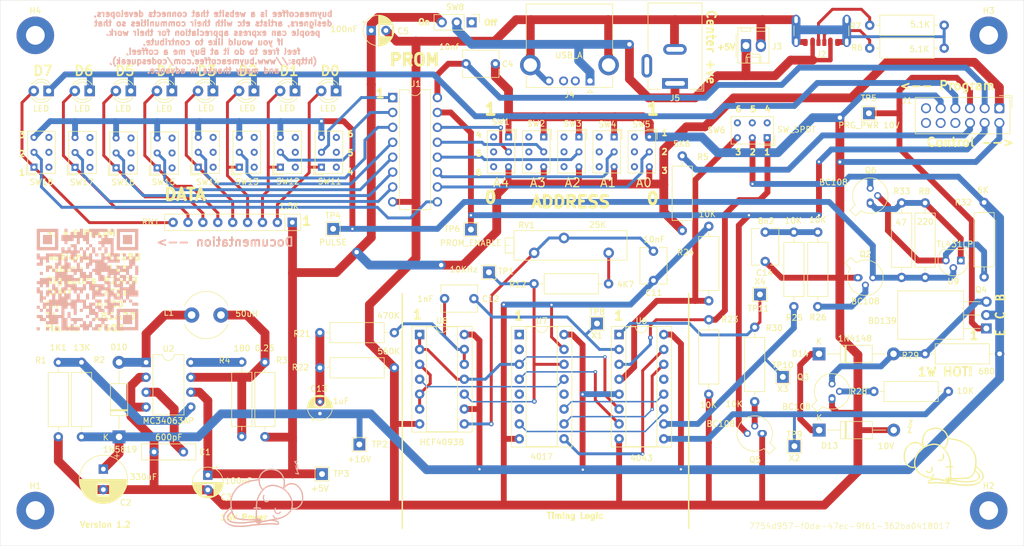
<source format=kicad_pcb>
(kicad_pcb (version 20240108) (generator "pcbnew") (generator_version "8.0")
  (title_block (title "PROM Programmer") (date "2024-10-20") (rev "1.0"))
  (layers (0 "F.Cu" signal) (31 "B.Cu" signal) (34 "B.Paste" user) (35 "F.Paste" user) (36 "B.SilkS" user "B.Silkscreen") (37 "F.SilkS" user "F.Silkscreen") (38 "B.Mask" user) (39 "F.Mask" user) (44 "Edge.Cuts" user))
  (net 0 "")
  (net 1 "GND")
  (net 2 "+5V")
  (net 3 "+16V")
  (net 4 "VCC")
  (net 5 "Net-(C11-Pad2)")
  (net 6 "LED-G")
  (net 7 "Net-(D1-A)")
  (net 8 "Net-(D2-A)")
  (net 9 "Net-(D3-A)")
  (net 10 "Net-(D4-A)")
  (net 11 "Net-(D5-A)")
  (net 12 "Net-(D6-A)")
  (net 13 "Net-(D7-A)")
  (net 14 "Net-(D8-A)")
  (net 15 "START")
  (net 16 "Net-(D10-A)")
  (net 17 "Net-(C12-Pad2)")
  (net 18 "PULSE")
  (net 19 "Net-(C13-Pad2)")
  (net 20 "A4")
  (net 21 "A3")
  (net 22 "A2")
  (net 23 "A1")
  (net 24 "A0")
  (net 25 "B0")
  (net 26 "B1")
  (net 27 "B2")
  (net 28 "B3")
  (net 29 "B4")
  (net 30 "B5")
  (net 31 "B6")
  (net 32 "B7")
  (net 33 "Net-(C14-Pad1)")
  (net 34 "Net-(D13-K)")
  (net 35 "Net-(D14-A)")
  (net 36 "PRG_PWR")
  (net 37 "PROM_ENABLE")
  (net 38 "Net-(Q2-B)")
  (net 39 "Net-(Q3-B)")
  (net 40 "Net-(Q5-B)")
  (net 41 "Net-(Q6-B)")
  (net 42 "Net-(Q6-E)")
  (net 43 "Net-(U6-Q2)")
  (net 44 "Net-(U7-CLK)")
  (net 45 "Net-(U6-Q3)")
  (net 46 "Net-(U6-Q4)")
  (net 47 "Net-(U6-S3)")
  (net 48 "Net-(U6-S4)")
  (net 49 "Net-(U6-R4)")
  (net 51 "Net-(U6-S2)")
  (net 52 "Net-(U6-R3)")
  (net 53 "Net-(U6-R2)")
  (net 58 "Net-(U7-CKEN)")
  (net 60 "Net-(U8-Pad3)")
  (net 61 "Net-(J2-CC2)")
  (net 62 "Net-(J2-CC1)")
  (net 63 "Net-(U2-TC)")
  (net 64 "Net-(U2-Ipk)")
  (net 65 "Net-(U2-Vfb)")
  (net 66 "Net-(U2-DC)")
  (net 70 "Net-(J1-Pin_9)")
  (net 72 "Net-(SW6-C)")
  (net 73 "Net-(R12-Pad1)")
  (net 74 "Net-(SW6-A)")
  (net 78 "Net-(J3-Pin_1)")
  (footprint "LED_THT:LED_D3.0mm" (layer "F.Cu") (at 98.723366 72.461703 180)
    (property "Reference" "D3")
    (property "Value" "LED")
  )
  (footprint "AAA_Project:sleepymouse_very_small" (layer "F.Cu") (at 215.894996 134.560668)
    (property "Reference" "G001")
    (property "Value" "LOGO" (hide yes))
  )
  (footprint "Package_TO_SOT_THT:TO-126-3_Horizontal_TabDown" (layer "F.Cu") (at 223.563526 112.948206 90)
    (property "Reference" "Q4")
    (property "Value" "BD139")
  )
  (footprint "Resistor_THT:R_Array_SIP9" (layer "F.Cu") (at 105.253438 94.873295 180)
    (property "Reference" "RN1")
    (property "Value" "1.5K")
  )
  (footprint "TestPoint:TestPoint_THTPad_2.0x2.0mm_Drill1.0mm" (layer "F.Cu") (at 188.869225 121.209249)
    (property "Reference" "TP10")
    (property "Value" "X3")
  )
  (footprint "TestPoint:TestPoint_THTPad_2.0x2.0mm_Drill1.0mm" (layer "F.Cu") (at 190.846653 133.014251)
    (property "Reference" "TP9")
    (property "Value" "X2")
  )
  (footprint "Resistor_THT:R_Axial_DIN0309_L9.0mm_D3.2mm_P12.70mm_Horizontal" (layer "F.Cu") (at 171.726779 96.258597 90)
    (property "Reference" "R5")
    (property "Value" "5K6")
  )
  (footprint "Package_DIP:DIP-16_W7.62mm_Socket" (layer "F.Cu") (at 160.954525 113.988521)
    (property "Reference" "U6")
    (property "Value" "4043")
  )
  (footprint "AAA_Project:Push_Button_4PDT_2x06_P2.50mm_Vertical" (layer "F.Cu") (at 225.776065 75.416754 -90)
    (property "Reference" "J1")
    (property "Value" "Control / Program Select Switch" (hide yes))
  )
  (footprint "Resistor_THT:R_Axial_DIN0309_L9.0mm_D3.2mm_P12.70mm_Horizontal" (layer "F.Cu") (at 122.653077 113.664144 180)
    (property "Reference" "R21")
    (property "Value" "470K")
  )
  (footprint "Button_Switch_THT:SW_NKK_GW12LJP" (layer "F.Cu") (at 142.113747 80.307794 -90)
    (property "Reference" "SW1")
    (property "Value" "SW_SPDT" (hide yes))
  )
  (footprint "LED_THT:LED_D3.0mm" (layer "F.Cu") (at 77.723366 72.461703 180)
    (property "Reference" "D6")
    (property "Value" "LED")
  )
  (footprint "Resistor_THT:R_Axial_DIN0309_L9.0mm_D3.2mm_P12.70mm_Horizontal" (layer "F.Cu") (at 203.673307 65.171262)
    (property "Reference" "R6")
    (property "Value" "5.1K")
  )
  (footprint "AAA_Project:DIP-16_W7.62mm_wide_TPH" (layer "F.Cu") (at 122.369625 73.594126)
    (property "Reference" "U1")
    (property "Value" "74S188")
  )
  (footprint "Resistor_THT:R_Axial_DIN0309_L9.0mm_D3.2mm_P12.70mm_Horizontal" (layer "F.Cu") (at 96.642929 118.675557 -90)
    (property "Reference" "R4")
    (property "Value" "180")
  )
  (footprint "Capacitor_THT:CP_Radial_D5.0mm_P2.50mm" (layer "F.Cu") (at 118.71148 62.16429)
    (property "Reference" "C5")
    (property "Value" "100nF")
  )
  (footprint "Package_TO_SOT_THT:TO-18-3" (layer "F.Cu") (at 201.672102 104.302322)
    (property "Reference" "Q2")
    (property "Value" "BC108")
  )
  (footprint "Resistor_THT:R_Axial_DIN0309_L9.0mm_D3.2mm_P12.70mm_Horizontal" (layer "F.Cu") (at 213.125903 91.556833 -90)
    (property "Reference" "R8")
    (property "Value" "220")
  )
  (footprint "Resistor_THT:R_Axial_DIN0309_L9.0mm_D3.2mm_P12.70mm_Horizontal" (layer "F.Cu") (at 184.0702 112.742691 -90)
    (property "Reference" "R30")
    (property "Value" "10K")
  )
  (footprint "LED_THT:LED_D3.0mm" (layer "F.Cu") (at 70.723366 72.461703 180)
    (property "Reference" "D7")
    (property "Value" "LED")
  )
  (footprint "Resistor_THT:R_Axial_DIN0309_L9.0mm_D3.2mm_P12.70mm_Horizontal" (layer "F.Cu") (at 176.246279 95.543465 -90)
    (property "Reference" "R24")
    (property "Value" "10K")
  )
  (footprint "Connector_USB:USB_A_Kycon_KUSBX-AS1N-B_Horizontal" (layer "F.Cu") (at 155.998567 70.75595 180)
    (property "Reference" "J4")
    (property "Value" "USB_A")
  )
  (footprint "MountingHole:MountingHole_3.2mm_M3_Pad" (layer "F.Cu") (at 223.954525 143.988521)
    (property "Reference" "H2")
    (property "Value" "MountingHole" (hide yes))
  )
  (footprint "Button_Switch_THT:SW_NKK_GW12LJP" (layer "F.Cu") (at 148.113747 80.307794 -90)
    (property "Reference" "SW2")
    (property "Value" "SW_SPDT" (hide yes))
  )
  (footprint "Resistor_THT:R_Axial_DIN0309_L9.0mm_D3.2mm_P12.70mm_Horizontal" (layer "F.Cu") (at 159.166151 105.33421 180)
    (property "Reference" "R12")
    (property "Value" "4K7")
  )
  (footprint "Capacitor_THT:C_Disc_D6.0mm_W4.4mm_P5.00mm" (layer "F.Cu") (at 139.870256 67.832411 180)
    (property "Reference" "C4")
    (property "Value" "10nf")
  )
  (footprint "LED_THT:LED_D3.0mm" (layer "F.Cu") (at 105.723366 72.461703 180)
    (property "Reference" "D2")
    (property "Value" "LED")
  )
  (footprint "Resistor_THT:R_Axial_DIN0309_L9.0mm_D3.2mm_P12.70mm_Horizontal" (layer "F.Cu") (at 65.373786 118.731274 -90)
    (property "Reference" "R1")
    (property "Value" "1K1")
  )
  (footprint "AAA_Project:sleepymouse_very_small_back" (layer "F.Cu") (at 100.05445 141.57687)
    (property "Reference" "G002")
    (property "Value" "LOGO" (hide yes))
  )
  (footprint "MountingHole:MountingHole_3.2mm_M3_Pad" (layer "F.Cu") (at 61.454525 143.988521)
    (property "Reference" "H1")
    (property "Value" "MountingHole" (hide yes))
  )
  (footprint "Button_Switch_THT:SW_NKK_GW12LJP" (layer "F.Cu") (at 154.113747 80.307794 -90)
    (property "Reference" "SW3")
    (property "Value" "SW_SPDT" (hide yes))
  )
  (footprint "LED_THT:LED_D3.0mm" (layer "F.Cu") (at 91.723366 72.461703 180)
    (property "Reference" "D4")
    (property "Value" "LED")
  )
  (footprint "Resistor_THT:R_Axial_DIN0309_L9.0mm_D3.2mm_P12.70mm_Horizontal" (layer "F.Cu") (at 190.753134 109.235868 90)
    (property "Reference" "R25")
    (property "Value" "10K")
  )
  (footprint "TestPoint:TestPoint_THTPad_2.0x2.0mm_Drill1.0mm" (layer "F.Cu") (at 138.7697 103.376364)
    (property "Reference" "TP1")
    (property "Value" "10KHz")
  )
  (footprint "Resistor_THT:R_Axial_DIN0309_L9.0mm_D3.2mm_P12.70mm_Horizontal" (layer "F.Cu") (at 217.092754 123.686744 180)
    (property "Reference" "R28")
    (property "Value" "10K")
  )
  (footprint "Button_Switch_THT:SW_NKK_GW12LJP" (layer "F.Cu") (at 89.223366 85.461703 90)
    (property "Reference" "SW14")
    (property "Value" "SW_Push_SPDT" (hide yes))
  )
  (footprint "LED_THT:LED_D3.0mm" (layer "F.Cu") (at 84.723366 72.461703 180)
    (property "Reference" "D5")
    (property "Value" "LED")
  )
  (footprint "Package_DIP:DIP-16_W7.62mm_Socket" (layer "F.Cu") (at 143.954525 113.988521)
    (property "Reference" "U7")
    (property "Value" "4017")
  )
  (footprint "Resistor_THT:R_Axial_DIN0309_L9.0mm_D3.2mm_P12.70mm_Horizontal" (layer "F.Cu") (at 223.18168 91.474957 -90)
    (property "Reference" "R32")
    (property "Value" "6K")
  )
  (footprint "Resistor_THT:R_Axial_DIN0309_L9.0mm_D3.2mm_P12.70mm_Horizontal" (layer "F.Cu") (at 109.954525 119.651446)
    (property "Reference" "R22")
    (property "Value" "560K")
  )
  (footprint "Resistor_THT:R_Axial_DIN0309_L9.0mm_D3.2mm_P12.70mm_Horizontal" (layer "F.Cu") (at 209.114873 91.556833 -90)
    (property "Reference" "R33")
    (property "Value" "47")
  )
  (footprint "Package_TO_SOT_THT:TO-18-3" (layer "F.Cu") (at 197.255618 124.942598 90)
    (property "Reference" "Q3")
    (property "Value" "BC108")
  )
  (footprint "Package_TO_SOT_THT:TO-18-3" (layer "F.Cu") (at 203.769211 91.583608 90)
    (property "Reference" "Q6")
    (property "Value" "BC108")
  )
  (footprint "Package_TO_SOT_THT:TO-18-3" (layer "F.Cu") (at 185.348444 130.859018 180)
    (property "Reference" "Q5")
    (property "Value" "BC108")
  )
  (footprint "MountingHole:MountingHole_3.2mm_M3_Pad" (layer "F.Cu") (at 61.454525 62.988521)
    (property "Reference" "H4")
    (property "Value" "MountingHole" (hide yes))
  )
  (footprint "TestPoint:TestPoint_THTPad_2.0x2.0mm_Drill1.0mm" (layer "F.Cu") (at 112.219465 95.972804)
    (property "Reference" "TP4")
    (property "Value" "PULSE")
  )
  (footprint "Button_Switch_THT:SW_NKK_GW12LJP" (layer "F.Cu") (at 82.223366 85.580703 90)
    (property "Reference" "SW15")
    (property "Value" "SW_Push_SPDT" (hide yes))
  )
  (footprint "Connector_USB:USB_C_Receptacle_GCT_USB4125-xx-x-0190_6P_TopMnt_Horizontal" (layer "F.Cu") (at 195.445021 61.121639 180)
    (property "Reference" "J2")
    (property "Value" "USB_C_Receptacle_PowerOnly_6P" (hide yes))
  )
  (footprint "TestPoint:TestPoint_THTPad_2.0x2.0mm_Drill1.0mm" (layer "F.Cu") (at 157.190579 112.113197)
    (property "Reference" "TP8")
    (property "Value" "X1")
  )
  (footprint "Capacitor_THT:CP_Radial_D4.0mm_P2.00mm" (layer "F.Cu") (at 109.968138 127.458061 90)
    (property "Reference" "C13")
    (property "Value" "1uF")
  )
  (footprint "Diode_THT:D_DO-41_SOD81_P12.70mm_Horizontal" (layer "F.Cu") (at 195.063524 130.281908)
    (property "Reference" "D13")
    (property "Value" "10V")
  )
  (footprint "Connector_BarrelJack:BarrelJack_Wuerth_6941xx301002" (layer "F.Cu") (at 170.485645 71.182233 180)
    (property "Reference" "J5")
    (property "Value" "Barrel_Jack")
  )
  (footprint "MountingHole:MountingHole_3.2mm_M3_Pad" (layer "F.Cu") (at 223.954525 62.988521)
    (property "Reference" "H3")
    (property "Value" "MountingHole" (hide yes))
  )
  (footprint "Capacitor_THT:CP_Radial_D5.0mm_P2.50mm" (layer "F.Cu") (at 90.860221 137.959463 -90)
    (property "Reference" "C3")
    (property "Value" "100uF")
  )
  (footprint "Potentiometer_THT:Potentiometer_Vishay_43_Horizontal" (layer "F.Cu") (at 159.183206 100.067344)
    (property "Reference" "RV1")
    (property "Value" "25K")
  )
  (footprint "Package_TO_SOT_THT:TO-92" (layer "F.Cu") (at 219.201204 101.369758 180)
    (property "Reference" "U9")
    (property "Value" "TL431LP")
  )
  (footprint "Diode_THT:D_DO-41_SOD81_P12.70mm_Horizontal" (layer "F.Cu") (at 75.723812 131.427789 90)
    (property "Reference" "D10")
    (property "Value" "1N5819")
  )
  (footprint "TestPoint:TestPoint_THTPad_2.0x2.0mm_Drill1.0mm" (layer "F.Cu") (at 135.702891 96.091814)
    (property "Reference" "TP6")
    (property "Value" "PROM_ENABLE")
  )
  (footprint "Button_Switch_THT:SW_NKK_GW12LJP" (layer "F.Cu") (at 61.223366 85.461703 90)
    (property "Reference" "SW18")
    (property "Value" "SW_Push_SPDT" (hide yes))
  )
  (footprint "Button_Switch_THT:SW_NKK_GW12LJP" (layer "F.Cu") (at 186.203724 80.44364 180)
    (property "Reference" "SW6")
    (property "Value" "SW_SPDT")
  )
  (footprint "Resistor_THT:R_Axial_DIN0309_L9.0mm_D3.2mm_P12.70mm_Horizontal" (layer "F.Cu") (at 225.821326 117.277521 180)
    (property "Reference" "R29")
    (property "Value" "680")
  )
  (footprint "Connector_Molex:Molex_KK-254_AE-6410-02A_1x02_P2.54mm_Vertical" (layer "F.Cu") (at 182.591413 64.730423)
    (property "Reference" "J3")
    (property "Value" "Conn_01x02")
  )
  (footprint "Resistor_THT:R_Axial_DIN0309_L9.0mm_D3.2mm_P12.70mm_Horizontal" (layer "F.Cu") (at 100.588204 131.408434 90)
    (property "Reference" "R3")
    (property "Value" "0.25")
  )
  (footprint "TestPoint:TestPoint_THTPad_2.0x2.0mm_Drill1.0mm" (layer "F.Cu") (at 203.539461 76.270741)
    (property "Reference" "TP5")
    (property "Value" "PRG_PWR 10V")
  )
  (footprint "Capacitor_THT:CP_Radial_D8.0mm_P3.50mm" (layer "F.Cu") (at 73.046204 136.921106 -90)
    (property "Reference" "C2")
    (property "Value" "330uF")
  )
  (footprint "Package_DIP:DIP-8_W7.62mm" (layer "F.Cu") (at 80.336865 118.737999)
    (property "Reference" "U2")
    (property "Value" "MC34063AP")
  )
  (footprint "Diode_THT:D_DO-41_SOD81_P12.70mm_Horizontal" (layer "F.Cu") (at 195.037937 117.283833)
    (property "Reference" "D14")
    (property "Value" "1N4148")
  )
  (footprint "Button_Switch_THT:SW_NKK_GW12LJP" (layer "F.Cu") (at 103.223366 85.461703 90)
    (property "Reference" "SW12")
    (property "Value" "SW_Push_SPDT" (hide yes))
  )
  (footprint "Package_DIP:DIP-14_W7.62mm_Socket" (layer "F.Cu") (at 126.954525 113.988521)
    (property "Reference" "U8")
    (property "Value" "HEF4093B")
  )
  (footprint "Resistor_THT:R_Axial_DIN0309_L9.0mm_D3.2mm_P12.70mm_Horizontal" (layer "F.Cu") (at 176.243959 124.165644 90)
    (property "Reference" "R23")
    (property "Value" "10K")
  )
  (footprint "Resistor_THT:R_Axial_DIN0309_L9.0mm_D3.2mm_P12.70mm_Horizontal" (layer "F.Cu") (at 203.673307 61.269822)
    (property "Reference" "R7")
    (property "Value" "5.1K")
  )
  (footprint "Capacitor_THT:C_Disc_D9.0mm_W2.5mm_P5.00mm" (layer "F.Cu") (at 86.695014 133.997088 180)
    (property "Reference" "C1")
    (property "Value" "600pF")
  )
  (footprint "LED_THT:LED_D3.0mm" (layer "F.Cu") (at 112.723366 72.461703 180)
    (property "Reference" "D1")
    (property "Value" "LED")
  )
  (footprint "Resistor_THT:R_Axial_DIN0309_L9.0mm_D3.2mm_P12.70mm_Horizontal" (layer "F.Cu") (at 194.824817 109.232873 90)
    (property "Reference" "R26")
    (property "Value" "10K")
  )
  (footprint "Connector_PinHeader_2.54mm:PinHeader_1x03_P2.54mm_Vertical" (layer "F.Cu") (at 135.824298 60.773855 -90)
    (property "Reference" "SW8")
    (property "Value" "SW_SPDT")
  )
  (footprint "Resistor_THT:R_Axial_DIN0309_L9.0mm_D3.2mm_P12.70mm_Horizontal" (layer "F.Cu") (at 69.320443 118.72239 -90)
    (property "Reference" "R2")
    (property "Value" "13K")
  )
  (footprint "Capacitor_THT:C_Disc_D6.0mm_W4.4mm_P5.00mm" (layer "F.Cu") (at 185.865753 96.531277 -90)
    (property "Reference" "C14")
    (property "Value" "8n2")
  )
  (footprint "Button_Switch_THT:SW_NKK_GW12LJP" (layer "F.Cu") (at 96.223366 85.461703 90)
    (property "Reference" "SW13")
    (property "Value" "SW_Push_SPDT" (hide yes))
  )
  (footprint "LED_THT:LED_D3.0mm" (layer "F.Cu") (at 63.723366 72.461703 180)
    (property "Reference" "D8")
    (property "Value" "LED")
  )
  (footprint "Button_Switch_THT:SW_NKK_GW12LJP" (layer "F.Cu") (at 68.223366 85.494074 90)
    (property "Reference" "SW17")
    (property "Value" "SW_Push_SPDT" (hide yes))
  )
  (footprint "Button_Switch_THT:SW_NKK_GW12LJP" (layer "F.Cu") (at 75.223366 85.574824 90)
    (property "Reference" "SW16")
    (property "Value" "SW_Push_SPDT" (hide yes))
  )
  (footprint "Capacitor_THT:C_Disc_D6.0mm_W4.4mm_P5.00mm" (layer "F.Cu") (at 136.208872 107.863246 180)
    (property "Reference" "C12")
    (property "Value" "1nF")
  )
  (footprint "Capacitor_THT:C_Disc_D6.0mm_W4.4mm_P5.00mm" (layer "F.Cu") (at 166.819746 104.777037 90)
    (property "Reference" "C11")
    (property "Value" "10nF")
  )
  (footprint "Button_Switch_THT:SW_NKK_GW12LJP" (layer "F.Cu") (at 110.223366 85.461703 90)
    (property "Reference" "SW11")
    (property "Value" "SW_Push_SPDT" (hide yes))
  )
  (footprint "TestPoint:TestPoint_THTPad_2.0x2.0mm_Drill1.0mm" (layer "F.Cu") (at 110.320301 137.773642)
    (property "Reference" "TP3")
    (property "Value" "+5V")
  )
  (footprint "TestPoint:TestPoint_THTPad_2.0x2.0mm_Drill1.0mm" (layer "F.Cu") (at 184.972579 107.149878)
    (property "Reference" "TP11")
    (property "Value" "X4")
  )
  (footprint "Button_Switch_THT:SW_NKK_GW12LJP" (layer "F.Cu") (at 160.113747 80.307794 -90)
    (property "Reference" "SW4")
    (property "Value" "SW_SPDT" (hide yes))
  )
  (footprint "Inductor_THT:L_Radial_D7.8mm_P5.00mm_Fastron_07HCP" (layer "F.Cu") (at 93.094558 110.666357 180)
    (property "Reference" "L1")
    (property "Value" "50uH")
  )
  (footprint "Button_Switch_THT:SW_NKK_GW12LJP" (layer "F.Cu") (at 166.113747 80.307794 -90)
    (property "Reference" "SW5")
    (property "Value" "SW_SPDT" (hide yes))
  )
  (footprint "TestPoint:TestPoint_THTPad_2.0x2.0mm_Drill1.0mm" (layer "F.Cu") (at 116.681592 132.719218)
    (property "Reference" "TP2")
    (property "Value" "+16V")
  )
  (footprint "AAA_Project:qr_code" (layer "B.Cu") (at 70.358031 104.610458 180)
    (property "Reference" "G003")
    (property "Value" "LOGO" (hide yes))
  )
  (gr_line (start 124 107) (end 124 147) (stroke (width 0.25)) (layer "F.SilkS"))
  (gr_line (start 172.819155 107) (end 172.819155 147) (stroke (width 0.25)) (layer "F.SilkS"))
  (gr_line (start 229.954525 149.988521) (end 55.454525 149.988521) (stroke (width 0.05)) (layer "Edge.Cuts"))
  (gr_line (start 229.954525 56.988521) (end 229.954525 149.988521) (stroke (width 0.05)) (layer "Edge.Cuts"))
  (gr_line (start 55.454525 56.988521) (end 229.954525 56.988521) (stroke (width 0.05)) (layer "Edge.Cuts"))
  (gr_line (start 55.454525 149.988521) (end 55.454525 56.988521) (stroke (width 0.05)) (layer "Edge.Cuts"))
  (gr_text "buymeacoffee is a website that connects developers,\ndesigners, artists etc with their communities so that\npeople can express appreciation for their work.\nIf you would like to contribute,\nfeel free to do it at Buy me a coffee!,\n(https://www.buymeacoffee.com/codesqueak),\nand many thanks in advance.\n\n" (at 91.767316 64.952218 0) (layer "B.SilkS") (effects (font (size 1 1) (thickness 0.25)) (justify mirror)))
  (gr_text "Documentation -->" (at 105.65592 99.072688 0) (layer "B.SilkS") (effects (font (size 1.5 1.5) (thickness 0.3) (bold yes)) (justify left bottom mirror)))
  (gr_text "1\n\n2\n\n3" (at 168.068559 86.642818 0) (layer "F.SilkS") (effects (font (size 1 1) (thickness 0.25) (bold yes)) (justify left bottom)))
  (gr_text "1" (at 220.492516 114.986077 0) (layer "F.SilkS") (effects (font (size 1.5 1.5) (thickness 0.375) (bold yes)) (justify left bottom)))
  (gr_text "A4\n" (at 139.366224 88.975654 0) (layer "F.SilkS") (effects (font (size 1.5 1.5) (thickness 0.2) (bold yes)) (justify left bottom)))
  (gr_text "0" (at 137.769992 91.795187 0) (layer "F.SilkS") (effects (font (size 2 2) (thickness 0.5) (bold yes)) (justify left bottom)))
  (gr_text "E  C  B" (at 226.826201 114.428713 90) (layer "F.SilkS") (effects (font (size 1.5 1.2) (thickness 0.3) (bold yes)) (justify left bottom)))
  (gr_text "1" (at 106.750314 95.513949 0) (layer "F.SilkS") (effects (font (size 1.5 1.5) (thickness 0.375) (bold yes)) (justify left bottom)))
  (gr_text "Timing Logic" (at 148.51229 145.459852 0) (layer "F.SilkS") (effects (font (size 1 1) (thickness 0.25) (bold yes)) (justify left bottom)))
  (gr_text "DATA" (at 83.172278 91.280282 0) (layer "F.SilkS") (effects (font (size 2 2) (thickness 0.5) (bold yes)) (justify left bottom)))
  (gr_text "7754d957-f0da-47ec-9f61-362ba0418017" (at 183.03869 147.216126 0) (layer "F.SilkS") (effects (font (size 1 1) (thickness 0.1)) (justify left bottom)))
  (gr_text "On" (at 126.589201 61.29757 0) (layer "F.SilkS") (effects (font (size 1 1) (thickness 0.25) (bold yes)) (justify left bottom)))
  (gr_text "6  5  4\n" (at 180.670028 76.168023 0) (layer "F.SilkS") (effects (font (size 1 1) (thickness 0.25) (bold yes)) (justify left bottom)))
  (gr_text "Version 1.2" (at 68.956386 146.978028 0) (layer "F.SilkS") (effects (font (size 1 1) (thickness 0.2) (bold yes)) (justify left bottom)))
  (gr_text "A0" (at 163.673649 88.975654 0) (layer "F.SilkS") (effects (font (size 1.5 1.5) (thickness 0.2) (bold yes)) (justify left bottom)))
  (gr_text "1" (at 119.271551 73.78134 0) (layer "F.SilkS") (effects (font (size 1.5 1.5) (thickness 0.375) (bold yes)) (justify left bottom)))
  (gr_text "1" (at 165.449024 76.745299 0) (layer "F.SilkS") (effects (font (size 2 2) (thickness 0.5) (bold yes)) (justify left bottom)))
  (gr_text "<-- Program\n\n\n\n    Control -->" (at 208.630704 82.085949 0) (layer "F.SilkS") (effects (font (size 1.5 1.5) (thickness 0.3) (bold yes)) (justify left bottom)))
  (gr_text "3\n\n2\n\n1\n" (at 58.531941 86.986706 0) (layer "F.SilkS") (effects (font (size 1 1) (thickness 0.25) (bold yes)) (justify left bottom)))
  (gr_text "3  2  1\n" (at 180.626192 83.473006 0) (layer "F.SilkS") (effects (font (size 1 1) (thickness 0.25) (bold yes)) (justify left bottom)))
  (gr_text "A2\n" (at 151.545523 88.975654 0) (layer "F.SilkS") (effects (font (size 1.5 1.5) (thickness 0.2) (bold yes)) (justify left bottom)))
  (gr_text "1" (at 137.782778 76.745299 0) (layer "F.SilkS") (effects (font (size 2 2) (thickness 0.5) (bold yes)) (justify left bottom)))
  (gr_text "1" (at 125.624312 111.457104 0) (layer "F.SilkS") (effects (font (size 1.5 1.5) (thickness 0.375) (bold yes)) (justify left bottom)))
  (gr_text "1W HOT!" (at 211.724723 121.20189 0) (layer "F.SilkS") (effects (font (size 1.5 1.5) (thickness 0.3) (bold yes)) (justify left bottom)))
  (gr_text "1" (at 142.892534 111.659903 0) (layer "F.SilkS") (effects (font (size 1.5 1.5) (thickness 0.375) (bold yes)) (justify left bottom)))
  (gr_text "0" (at 165.399708 91.983927 0) (layer "F.SilkS") (effects (font (size 2 2) (thickness 0.5) (bold yes)) (justify left bottom)))
  (gr_text "+5V" (at 177.527517 65.570979 0) (layer "F.SilkS") (effects (font (size 1 1) (thickness 0.25) (bold yes)) (justify left bottom)))
  (gr_text "Off" (at 137.811318 61.407161 0) (layer "F.SilkS") (effects (font (size 1 1) (thickness 0.25) (bold yes)) (justify left bottom)))
  (gr_text "PROM" (at 121.567859 68.343523 0) (layer "F.SilkS") (effects (font (size 2 2) (thickness 0.5) (bold yes)) (justify left bottom)))
  (gr_text "Center +ve" (at 175.752143 58.491401 -90) (layer "F.SilkS") (effects (font (size 1.5 1.5) (thickness 0.3) (bold yes)) (justify left bottom)))
  (gr_text "32 x 8 PROM \n\nNational  74S188\nFujitsu     7111\nSignetics  82S23\nAMD       27S18\nMMI        6330\nTI           18SA30 \nHarris     7602" (at 63.209638 113.639143 0) (layer "F.SilkS") (effects (font (size 1.2 1.2) (thickness 0.24) (bold yes)) (justify left bottom)))
  (gr_text "D7   D6   D5   D4   D3   D2   D1   D0" (at 60.928936 69.999801 0) (layer "F.SilkS") (effects (font (size 1.65 1.65) (thickness 0.3) (bold yes)) (justify left bottom)))
  (gr_text "4\n\n5\n\n6" (at 136.409205 86.94133 0) (layer "F.SilkS") (effects (font (size 1 1) (thickness 0.25) (bold yes)) (justify left bottom)))
  (gr_text "A3\n" (at 145.609394 88.975654 0) (layer "F.SilkS") (effects (font (size 1.5 1.5) (thickness 0.2) (bold yes)) (justify left bottom)))
  (gr_text "ADDRESS" (at 145.720745 92.543347 0) (layer "F.SilkS") (effects (font (size 2 2) (thickness 0.5) (bold yes)) (justify left bottom)))
  (gr_text "6\n\n5\n\n4" (at 114.535679 86.827799 0) (layer "F.SilkS") (effects (font (size 1 1) (thickness 0.25) (bold yes)) (justify left bottom)))
  (gr_text "A1" (at 157.583999 88.975654 0) (layer "F.SilkS") (effects (font (size 1.5 1.5) (thickness 0.2) (bold yes)) (justify left bottom)))
  (gr_text "1" (at 159.933318 111.659903 0) (layer "F.SilkS") (effects (font (size 1.5 1.5) (thickness 0.375) (bold yes)) (justify left bottom)))
  (gr_text "16V Power" (at 92.914725 145.736569 0) (layer "F.SilkS") (effects (font (size 1 1) (thickness 0.25) (bold yes)) (justify left bottom)))
  (segment (start 198.589459 104.286856) (end 198.572887 104.303428) (width 0.2) (layer "F.Cu") (net 1))
  (segment (start 90.860221 140.459463) (end 89.906777 140.459463) (width 1.5) (layer "F.Cu") (net 1))
  (segment (start 160.113747 80.307794) (end 160.113747 76.953949) (width 1) (layer "F.Cu") (net 1))
  (segment (start 166.113747 77.990517) (end 166.113747 80.307794) (width 1.5) (layer "F.Cu") (net 1))
  (segment (start 151.574525 116.528521) (end 149.448182 114.402178) (width 0.5) (layer "F.Cu") (net 1))
  (segment (start 154.113747 80.307794) (end 154.113747 76.884794) (width 1) (layer "F.Cu") (net 1))
  (segment (start 79.216283 121.277999) (end 77.735811 122.758471) (width 1.5) (layer "F.Cu") (net 1))
  (segment (start 89.86842 140.421106) (end 81.572383 140.421106) (width 1.5) (layer "F.Cu") (net 1))
  (segment (start 185.131413 64.730423) (end 185.131413 60.596872) (width 1.5) (layer "F.Cu") (net 1))
  (segment (start 141.390702 143.062178) (end 122.593034 143.062178) (width 1.5) (layer "F.Cu") (net 1))
  (segment (start 142.09795 76.866017) (end 142.113747 76.881814) (width 1.5) (layer "F.Cu") (net 1))
  (segment (start 126.340171 100.953929) (end 126.340171 91.417962) (width 1.5) (layer "F.Cu") (net 1))
  (segment (start 142.113747 76.881814) (end 142.113747 80.307794) (width 1) (layer "F.Cu") (net 1))
  (segment (start 170.40056 65.297148) (end 170.40056 60.42027) (width 1.5) (layer "F.Cu") (net 1))
  (segment (start 139.870256 70.035501) (end 139.870256 67.832411) (width 1.5) (layer "F.Cu") (net 1))
  (segment (start 185.151666 143.062178) (end 141.390702 143.062178) (width 1.5) (layer "F.Cu") (net 1))
  (segment (start 195.918892 143.062178) (end 185.151666 143.062178) (width 1.5) (layer "F.Cu") (net 1))
  (segment (start 141.304015 108.893417) (end 141.294227 108.883629) (width 1) (layer "F.Cu") (net 1))
  (segment (start 122.654525 129.249981) (end 122.675985 129.228521) (width 1.5) (layer "F.Cu") (net 1))
  (segment (start 89.906777 140.459463) (end 89.86842 140.421106) (width 1.5) (layer "F.Cu") (net 1))
  (segment (start 81.572383 140.421106) (end 73.046204 140.421106) (width 1.5) (layer "F.Cu") (net 1))
  (segment (start 122.654525 143.000687) (end 122.593034 143.062178) (width 1.5) (layer "F.Cu") (net 1))
  (segment (start 65.373786 135.554217) (end 65.373786 131.431274) (width 1.5) (layer "F.Cu") (net 1))
  (segment (start 201.68404 130.281908) (end 201.66772 130.298228) (width 1.5) (layer "F.Cu") (net 1))
  (segment (start 122.593034 143.062178) (end 93.462936 143.062178) (width 1.5) (layer "F.Cu") (net 1))
  (segment (start 118.391488 115.418142) (end 118.391488 108.902612) (width 1.5) (layer "F.Cu") (net 1))
  (segment (start 207.763524 130.281908) (end 201.68404 130.281908) (width 1) (layer "F.Cu") (net 1))
  (segment (start 201.66772 130.298228) (end 201.66772 127.330579) (width 1.5) (layer "F.Cu") (net 1))
  (segment (start 198.572887 104.303428) (end 188.637904 104.303428) (width 1) (layer "F.Cu") (net 1))
  (segment (start 198.589459 104.286856) (end 198.589459 114.349164) (width 1.5) (layer "F.Cu") (net 1))
  (segment (start 191.125021 64.121639) (end 192.615021 64.121639) (width 1) (layer "F.Cu") (net 1))
  (segment (start 160.113747 76.953949) (end 160.201679 76.866017) (width 1.5) (layer "F.Cu") (net 1))
  (segment (start 148.136098 76.866017) (end 154.09497 76.866017) (width 1.5) (layer "F.Cu") (net 1))
  (segment (start 139.745334 63.990715) (end 126.338701 63.990715) (width 1.5) (layer "F.Cu") (net 1))
  (segment (start 126.296335 91.374126) (end 126.340171 91.417962) (width 0.2) (layer "F.Cu") (net 1))
  (segment (start 142.09795 76.866017) (end 148.136098 76.866017) (width 1.5) (layer "F.Cu") (net 1))
  (segment (start 201.66772 117.427425) (end 201.66772 127.330579) (width 1.5) (layer "F.Cu") (net 1))
  (segment (start 199.765021 64.121639) (end 198.275021 64.121639) (width 1) (layer "F.Cu") (net 1))
  (segment (start 197.255618 124.942598) (end 197.255618 126.395338) (width 1) (layer "F.Cu") (net 1))
  (segment (start 122.675985 129.228521) (end 126.954525 129.228521) (width 1) (layer "F.Cu") (net 1))
  (segment (start 148.113747 76.888368) (end 148.136098 76.866017) (width 1.5) (layer "F.Cu") (net 1))
  (segment (start 185.348444 130.859018) (end 185.348444 142.8654) (width 1) (layer "F.Cu") (net 1))
  (segment (start 80.336865 121.277999) (end 79.216283 121.277999) (width 1.5) (layer "F.Cu") (net 1))
  (segment (start 141.304015 142.985455) (end 141.304015 108.893417) (width 1) (layer "F.Cu") (net 1))
  (segment (start 73.046204 140.421106) (end 70.240675 140.421106) (width 1.5) (layer "F.Cu") (net 1))
  (segment (start 142.113747 76.881814) (end 142.113747 72.278992) (width 1.5) (layer "F.Cu") (net 1))
  (segment (start 81.695014 140.298475) (end 81.572383 140.421106) (width 1.5) (layer "F.Cu") (net 1))
  (segment (start 185.348444 142.8654) (end 185.151666 143.062178) (width 1) (layer "F.Cu") (net 1))
  (segment (start 197.255618 126.395338) (end 198.190859 127.330579) (width 1) (layer "F.Cu") (net 1))
  (segment (start 198.589459 114.349164) (end 201.66772 117.427425) (width 1.5) (layer "F.Cu") (net 1))
  (segment (start 164.989247 76.866017) (end 166.113747 77.990517) (width 1.5) (layer "F.Cu") (net 1))
  (segment (start 77.735811 127.922905) (end 81.695014 131.882108) (width 1.5) (layer "F.Cu") (net 1))
  (segment (start 198.589459 84.577663) (end 198.589459 104.286856) (width 1.5) (layer "F.Cu") (net 1))
  (segment (start 176.243959 132.422741) (end 176.243959 124.165644) (width 1) (layer "F.Cu") (net 1))
  (segment (start 201.672102 104.302322) (end 198.604925 104.302322) (width 1) (layer "F.Cu") (net 1))
  (segment (start 154.113747 76.884794) (end 154.09497 76.866017) (width 1.5) (layer "F.Cu") (net 1))
  (segment (start 159.090769 60.321639) (end 145.909828 60.321639) (width 1.5) (layer "F.Cu") (net 1))
  (segment (start 191.125021 60.321639) (end 185.406646 60.321639) (width 1.5) (layer "F.Cu") (net 1))
  (segment (start 145.909828 60.321639) (end 143.41441 60.321639) (width 1.5) (layer "F.Cu") (net 1))
  (segment (start 198.591798 84.575324) (end 198.591798 77.025361) (width 1.5) (layer "F.Cu") (net 1))
  (segment (start 93.462936 143.062178) (end 90.860221 140.459463) (width 1.5) (layer "F.Cu") (net 1))
  (segment (start 201.66772 137.31335) (end 195.918892 143.062178) (width 1.5) (layer "F.Cu") (net 1))
  (segment (start 77.735811 122.758471) (end 77.735811 126.608626) (width 1.5) (layer "F.Cu") (net 1))
  (segment (start 160.964112 131.778108) (end 160.964112 143.062178) (width 1) (layer "F.Cu") (net 1))
  (segment (start 123.037905 63.990715) (end 121.21148 62.16429) (width 1.5) (layer "F.Cu") (net 1))
  (segment (start 198.190859 127.330579) (end 201.66772 127.330579) (width 1) (layer "F.Cu") (net 1))
  (segment (start 122.654525 119.651446) (end 118.421221 115.418142) (width 1.5) (layer "F.Cu") (net 1))
  (segment (start 145.909828 60.321639) (end 145.823567 60.4079) (width 1.5) (layer "F.Cu") (net 1))
  (segment (start 159.173567 60.404437) (end 159.090769 60.321639) (width 1.5) (layer "F.Cu") (net 1))
  (segment (start 122.654525 119.651446) (end 122.654525 129.249981) (width 1.5) (layer "F.Cu") (net 1))
  (segment (start 118.391488 108.902612) (end 126.340171 100.953929) (width 1.5) (layer "F.Cu") (net 1))
  (segment (start 142.113747 72.278992) (end 139.870256 70.035501) (width 1.5) (layer "F.Cu") (net 1))
  (segment (start 185.406646 60.321639) (end 170.499191 60.321639) (width 1.5) (layer "F.Cu") (net 1))
  (segment (start 188.637904 104.303428) (end 185.865753 101.531277) (width 1) (layer "F.Cu") (net 1))
  (segment (start 148.113747 80.307794) (end 148.113747 76.888368) (width 1) (layer "F.Cu") (net 1))
  (segment (start 126.338701 63.990715) (end 123.037905 63.990715) (width 1.5) (layer "F.Cu") (net 1))
  (segment (start 198.604925 104.302322) (end 198.589459 104.286856) (width 0.2) (layer "F.Cu") (net 1))
  (segment (start 154.09497 76.866017) (end 160.201679 76.866017) (width 1.5) (layer "F.Cu") (net 1))
  (segment (start 122.369625 91.374126) (end 126.296335 91.374126) (width 1) (layer "F.Cu") (net 1))
  (segment (start 201.66772 130.298228) (end 201.66772 137.31335) (width 1.5) (layer "F.Cu") (net 1))
  (segment (start 126.340171 91.417962) (end 126.340171 63.992185) (width 1.5) (layer "F.Cu") (net 1))
  (segment (start 185.131413 60.596872) (end 185.406646 60.321639) (width 1.5) (layer "F.Cu") (net 1))
  (segment (start 77.986438 126.357999) (end 77.735811 126.608626) (width 1.5) (layer "F.Cu") (net 1))
  (segment (start 126.340171 63.992185) (end 126.338701 63.990715) (width 1.5) (layer "F.Cu") (net 1))
  (segment (start 176.253334 132.432116) (end 176.243959 132.422741) (width 1) (layer "F.Cu") (net 1))
  (segment (start 118.421221 115.418142) (end 118.391488 115.418142) (width 1.5) (layer "F.Cu") (net 1))
  (segment (start 159.173567 68.04595) (end 159.173567 60.404437) (width 1.5) (layer "F.Cu") (net 1))
  (segment (start 170.499191 60.321639) (end 159.090769 60.321639) (width 1.5) (layer "F.Cu") (net 1))
  (segment (start 160.201679 76.866017) (end 164.989247 76.866017) (width 1.5) (layer "F.Cu") (net 1))
  (segment (start 80.336865 126.357999) (end 77.986438 126.357999) (width 1.5) (layer "F.Cu") (net 1))
  (segment (start 170.40056 60.42027) (end 170.499191 60.321639) (width 1.5) (layer "F.Cu") (net 1))
  (segment (start 141.598353 131.768521) (end 143.954525 131.768521) (width 1) (layer "F.Cu") (net 1))
  (segment (start 198.591798 84.575324) (end 198.589459 84.577663) (width 1.5) (layer "F.Cu") (net 1))
  (segment (start 149.448182 114.402178) (end 149.448182 108.933638) (width 0.5) (layer "F.Cu") (net 1))
  (segment (start 81.695014 133.997088) (end 81.695014 140.298475) (width 1.5) (layer "F.Cu") (net 1))
  (segment (start 143.41441 60.321639) (end 139.745334 63.990715) (width 1.5) (layer "F.Cu") (net 1))
  (segment (start 141.340245 143.011721) (end 141.390702 143.062178) (width 1) (layer "F.Cu") (net 1))
  (segment (start 81.695014 131.882108) (end 81.695014 133.997088) (width 1.5) (layer "F.Cu") (net 1))
  (segment (start 176.253334 132.432116) (end 176.253334 143.043042) (width 1) (layer "F.Cu") (net 1))
  (segment (start 77.735811 126.608626) (end 77.735811 127.922905) (width 1.5) (layer "F.Cu") (net 1))
  (segment (start 122.654525 129.249981) (end 122.654525 143.000687) (width 1.5) (layer "F.Cu") (net 1))
  (segment (start 70.240675 140.421106) (end 65.373786 135.554217) (width 1.5) (layer "F.Cu") (net 1))
  (segment (start 145.823567 60.4079) (end 145.823567 68.04595) (width 1.5) (layer "F.Cu") (net 1))
  (via (at 198.591798 77.025361) (size 1.5) (drill 0.75) (layers "F.Cu" "B.Cu") (net 1))
  (via (at 149.448182 108.933638) (size 0.8) (drill 0.4) (layers "F.Cu" "B.Cu") (net 1))
  (via (at 198.591798 84.575324) (size 1) (drill 0.5) (layers "F.Cu" "B.Cu") (net 1))
  (via (at 141.294227 108.883629) (size 0.8) (drill 0.4) (layers "F.Cu" "B.Cu") (net 1))
  (segment (start 216.368436 62.738339) (end 216.373307 62.733468) (width 0.5) (layer "B.Cu") (net 1))
  (segment (start 199.768077 62.042148) (end 199.765021 62.045204) (width 1.5) (layer "B.Cu") (net 1))
  (segment (start 214.833631 73.233513) (end 202.383646 73.233513) (width 1) (layer "B.Cu") (net 1))
  (segment (start 141.294227 108.883629) (end 162.906115 108.883629) (width 1) (layer "B.Cu") (net 1))
  (segment (start 216.373307 63.218103) (end 199.834429 63.218103) (width 0.5) (layer "B.Cu") (net 1))
  (segment (start 199.765021 63.148695) (end 199.765021 62.738339) (width 1.5) (layer "B.Cu") (net 1))
  (segment (start 199.810919 62.08499) (end 199.768077 62.042148) (width 0.5) (layer "B.Cu") (net 1))
  (segment (start 191.197627 62.045204) (end 199.765021 62.045204) (width 1.5) (layer "B.Cu") (net 1))
  (segment (start 176.246279 95.543465) (end 162.906115 108.883629) (width 1) (layer "B.Cu") (net 1))
  (segment (start 225.776065 80.557938) (end 225.776065 77.916754) (width 1) (layer "B.Cu") (net 1))
  (segment (start 148.998567 70.75595) (end 148.533567 70.75595) (width 1) (layer "B.Cu") (net 1))
  (segment (start 166.113747 80.307794) (end 175.075914 80.307794) (width 1.5) (layer "B.Cu") (net 1))
  (segment (start 221.760948 84.573055) (end 225.776065 80.557938) (width 1) (layer "B.Cu") (net 1))
  (segment (start 148.533567 70.75595) (end 145.823567 68.04595) (width 1) (layer "B.Cu") (net 1))
  (segment (start 216.373307 62.733468) (end 216.373307 63.218103) (width 0.5) (layer "B.Cu") (net 1))
  (segment (start 175.075914 80.307794) (end 177.75779 82.98967) (width 1.5) (layer "B.Cu") (net 1))
  (segment (start 216.373307 63.218103) (end 216.373307 65.171262) (width 0.5) (layer "B.Cu") (net 1))
  (segment (start 215.776065 75.416754) (end 215.776065 74.175947) (width 1) (layer "B.Cu") (net 1))
  (segment (start 216.373307 61.269822) (end 216.373307 62.733468) (width 0.5) (layer "B.Cu") (net 1))
  (segment (start 202.383646 73.233513) (end 198.591798 77.025361) (width 1) (layer "B.Cu") (net 1))
  (segment (start 188.015508 82.98967) (end 193.979817 77.025361) (width 1.5) (layer "B.Cu") (net 1))
  (segment (start 193.979817 77.025361) (end 198.591798 77.025361) (width 1.5) (layer "B.Cu") (net 1))
  (segment (start 191.125021 64.121639) (end 191.125021 60.321639) (width 1.5) (layer "B.Cu") (net 1))
  (segment (start 199.765021 64.121639) (end 199.765021 63.148695) (width 1.5) (layer "B.Cu") (net 1))
  (segment (start 198.594067 84.573055) (end 221.760948 84.573055) (width 1) (layer "B.Cu") (net 1))
  (segment (start 199.765021 61.335174) (end 199.765021 60.321639) (width 1.5) (layer "B.Cu") (net 1))
  (segment (start 199.794245 61.364398) (end 199.765021 61.335174) (width 0.5) (layer "B.Cu") (net 1))
  (segment (start 177.75779 82.98967) (end 188.015508 82.98967) (width 1.5) (layer "B.Cu") (net 1))
  (segment (start 215.776065 74.175947) (end 214.833631 73.233513) (width 1) (layer "B.Cu") (net 1))
  (segment (start 199.834429 63.218103) (end 199.765021 63.148695) (width 0.5) (layer "B.Cu") (net 1))
  (segment (start 199.765021 62.738339) (end 199.765021 61.335174) (width 1.5) (layer "B.Cu") (net 1))
  (segment (start 206.617023 67.583968) (end 200.557265 73.643726) (width 1.5) (layer "F.Cu") (net 2))
  (segment (start 119.893859 59.923855) (end 129.894298 59.923855) (width 1.5) (layer "F.Cu") (net 2))
  (segment (start 90.8626 137.728332) (end 105.246237 137.728332) (width 1.5) (layer "F.Cu") (net 2))
  (segment (start 172.441833 78.579623) (end 168.57633 82.445126) (width 1.5) (layer "F.Cu") (net 2))
  (segment (start 166.113747 85.387794) (end 166.113747 88.098657) (width 1) (layer "F.Cu") (net 2))
  (segment (start 105.410311 103.425345) (end 105.291185 103.544471) (width 1.5) (layer "F.Cu") (net 2))
  (segment (start 225.776065 75.416754) (end 225.776065 71.835812) (width 1.5) (layer "F.Cu") (net 2))
  (segment (start 105.291185 132.080668) (end 105.291185 103.544471) (width 1.5) (layer "F.Cu") (net 2))
  (segment (start 90.8626 125.255792) (end 90.8626 137.728332) (width 1.5) (layer "F.Cu") (net 2))
  (segment (start 112.742631 103.425345) (end 116.225041 99.942935) (width 1.5) (layer "F.Cu") (net 2))
  (segment (start 105.246237 137.728332) (end 110.274991 137.728332) (width 1.5) (layer "F.Cu") (net 2))
  (segment (start 225.776065 71.835812) (end 221.524221 67.583968) (width 1.5) (layer "F.Cu") (net 2))
  (segment (start 105.291185 103.544471) (end 105.291185 94.959084) (width 1.5) (layer "F.Cu") (net 2))
  (segment (start 200.557265 73.643726) (end 180.509302 73.643726) (width 1.5) (layer "F.Cu") (net 2))
  (segment (start 118.720244 97.447732) (end 118.720244 71.369934) (width 1.5) (layer "F.Cu") (net 2))
  (segment (start 116.225042 99.942934) (end 118.720244 97.447732) (width 1.5) (layer "F.Cu") (net 2))
  (segment (start 134.381345 102.149296) (end 130.633332 102.149296) (width 1.5) (layer "F.Cu") (net 2))
  (segment (start 175.573405 78.579623) (end 172.441833 78.579623) (width 1.5) (layer "F.Cu") (net 2))
  (segment (start 140.101994 90.103874) (end 140.101994 96.428647) (width 1.5) (layer "F.Cu") (net 2))
  (segment (start 221.524221 67.583968) (end 206.617023 67.583968) (width 1.5) (layer "F.Cu") (net 2))
  (segment (start 118.71148 61.106234) (end 119.893859 59.923855) (width 1.5) (layer "F.Cu") (net 2))
  (segment (start 116.225041 99.942934) (end 116.225042 99.942934) (width 1.5) (layer "F.Cu") (net 2))
  (segment (start 168.57633 88.429913) (end 168.57633 93.108148) (width 1.5) (layer "F.Cu") (net 2))
  (segment (start 142.113747 88.186132) (end 142.254771 88.327156) (width 1) (layer "F.Cu") (net 2))
  (segment (start 112.742631 103.425345) (end 105.410311 103.425345) (width 1.5) (layer "F.Cu") (net 2))
  (segment (start 168.57633 93.108148) (end 171.726779 96.258597) (width 1.5) (layer "F.Cu") (net 2))
  (segment (start 89.424807 123.817999) (end 90.8626 125.255792) (width 1.5) (layer "F.Cu") (net 2))
  (segment (start 160.113747 85.387794) (end 160.113747 88.122248) (width 1) (layer "F.Cu") (net 2))
  (segment (start 105.291185 137.683384) (end 105.246237 137.728332) (width 1.5) (layer "F.Cu") (net 2))
  (segment (start 168.57633 82.445126) (end 168.57633 88.429913) (width 1.5) (layer "F.Cu") (net 2))
  (segment (start 118.720244 71.369934) (end 118.71148 71.36117) (width 1.5) (layer "F.Cu") (net 2))
  (segment (start 142.113747 85.387794) (end 142.113747 88.186132) (width 1) (layer "F.Cu") (net 2))
  (segment (start 168.57633 88.429913) (end 168.473573 88.327156) (width 1.5) (layer "F.Cu") (net 2))
  (segment (start 142.254771 88.327156) (end 141.878712 88.327156) (width 1.5) (layer "F.Cu") (net 2))
  (segment (start 180.509302 73.643726) (end 175.573405 78.579623) (width 1.5) (layer "F.Cu") (net 2))
  (segment (start 168.473573 88.327156) (end 142.254771 88.327156) (width 1.5) (layer "F.Cu") (net 2))
  (segment (start 148.113747 85.387794) (end 148.113747 88.305556) (width 1) (layer "F.Cu") (net 2))
  (segment (start 118.71148 62.16429) (end 118.71148 61.106234) (width 1.5) (layer "F.Cu") (net 2))
  (segment (start 118.71148 71.36117) (end 118.71148 62.16429) (width 1.5) (layer "F.Cu") (net 2))
  (segment (start 116.225041 99.942935) (end 116.225041 99.942934) (width 1.5) (layer "F.Cu") (net 2))
  (segment (start 140.101994 96.428647) (end 134.381345 102.149296) (width 1.5) (layer "F.Cu") (net 2))
  (segment (start 105.284757 131.483641) (end 100.610221 131.483641) (width 1.5) (layer "F.Cu") (net 2))
  (segment (start 105.291185 132.080668) (end 105.291185 137.683384) (width 1.5) (layer "F.Cu") (net 2))
  (segment (start 141.878712 88.327156) (end 140.101994 90.103874) (width 1.5) (layer "F.Cu") (net 2))
  (segment (start 129.894298 59.923855) (end 130.744298 60.773855) (width 1.5) (layer "F.Cu") (net 2))
  (segment (start 89.424807 123.817999) (end 87.956865 123.817999) (width 1.5) (layer "F.Cu") (net 2))
  (segment (start 154.113747 85.387794) (end 154.113747 88.145839) (width 1) (layer "F.Cu") (net 2))
  (via (at 116.225041 99.942934) (size 1.5) (drill 0.75) (layers "F.Cu" "B.Cu") (net 2))
  (via (at 130.633332 102.149296) (size 1.5) (drill 0.75) (layers "F.Cu" "B.Cu") (net 2))
  (segment (start 118.431403 102.149296) (end 116.225041 99.942934) (width 1.5) (layer "B.Cu") (net 2))
  (segment (start 130.633332 102.149296) (end 118.431403 102.149296) (width 1.5) (layer "B.Cu") (net 2))
  (segment (start 168.574525 113.988521) (end 169.908675 113.988521) (width 1) (layer "F.Cu") (net 3))
  (segment (start 183.699633 88.316033) (end 183.695697 88.319969) (width 1) (layer "F.Cu") (net 3))
  (segment (start 183.699633 80.479549) (end 183.699633 88.316033) (width 1) (layer "F.Cu") (net 3))
  (segment (start 137.022965 126.688521) (end 134.574525 126.688521) (width 1) (layer "F.Cu") (net 3))
  (segment (start 171.505649 136.94295) (end 171.489534 136.959065) (width 1) (layer "F.Cu") (net 3))
  (segment (start 169.908675 113.988521) (end 171.505649 115.585495) (width 1) (layer "F.Cu") (net 3))
  (segment (start 137.161475 126.827031) (end 137.022965 126.688521) (width 1) (layer "F.Cu") (net 3))
  (segment (start 136.15589 113.988521) (end 137.161475 114.994106) (width 1) (layer "F.Cu") (net 3))
  (segment (start 137.161475 114.994106) (end 137.161475 126.827031) (width 1) (layer "F.Cu") (net 3))
  (segment (start 154.736691 124.177286) (end 154.736691 136.992876) (width 1) (layer "F.Cu") (net 3))
  (segment (start 152.952744 113.988521) (end 154.736691 115.772468) (width 1) (layer "F.Cu") (net 3))
  (segment (start 75.723812 134.243498) (end 73.046204 136.921106) (width 1.5) (layer "F.Cu") (net 3))
  (segment (start 151.574525 113.988521) (end 152.952744 113.988521) (width 1) (layer "F.Cu") (net 3))
  (segment (start 171.505649 115.585495) (end 171.505649 136.94295) (width 1) (layer "F.Cu") (net 3))
  (segment (start 75.723812 131.427789) (end 75.723812 134.243498) (width 1.5) (layer "F.Cu") (net 3))
  (segment (start 154.736691 136.992876) (end 154.771963 137.028148) (width 1) (layer "F.Cu") (net 3))
  (segment (start 154.736691 115.772468) (end 154.736691 124.177286) (width 1) (layer "F.Cu") (net 3))
  (segment (start 137.161475 126.827031) (end 137.161475 136.949363) (width 1) (layer "F.Cu") (net 3))
  (segment (start 134.574525 113.988521) (end 136.15589 113.988521) (width 1) (layer "F.Cu") (net 3))
  (via (at 154.771963 137.028148) (size 0.8) (drill 0.4) (layers "F.Cu" "B.Cu") (net 3))
  (via (at 183.695697 88.319969) (size 0.8) (drill 0.4) (layers "F.Cu" "B.Cu") (net 3))
  (via (at 171.489534 136.959065) (size 0.8) (drill 0.4) (layers "F.Cu" "B.Cu") (net 3))
  (via (at 154.736691 124.177286) (size 0.8) (drill 0.4) (layers "F.Cu" "B.Cu") (net 3))
  (via (at 137.161475 136.949363) (size 0.8) (drill 0.4) (layers "F.Cu" "B.Cu") (net 3))
  (segment (start 225.821326 94.114603) (end 223.18168 91.474957) (width 1.5) (layer "B.Cu") (net 3))
  (segment (start 118.615596 127.505698) (end 128.138046 137.028148) (width 1.5) (layer "B.Cu") (net 3))
  (segment (start 225.710031 110.668206) (end 225.821326 110.779501) (width 1.5) (layer "B.Cu") (net 3))
  (segment (start 223.563526 110.668206) (end 225.710031 110.668206) (width 1.5) (layer "B.Cu") (net 3))
  (segment (start 75.723812 131.427789) (end 89.233876 131.427789) (width 1.5) (layer "B.Cu") (net 3))
  (segment (start 218.787351 87.080628) (end 223.18168 91.474957) (width 1) (layer "B.Cu") (net 3))
  (segment (start 225.821326 117.277521) (end 225.821326 110.779501) (width 1.5) (layer "B.Cu") (net 3))
  (segment (start 75.723812 131.427789) (end 69.325842 131.427789) (width 1.5) (layer "B.Cu") (net 3))
  (segment (start 183.695697 88.319969) (end 198.976883 88.319969) (width 1) (layer "B.Cu") (net 3))
  (segment (start 89.233876 131.427789) (end 93.155086 127.506579) (width 1.5) (layer "B.Cu") (net 3))
  (segment (start 160.954525 124.148521) (end 154.792608 124.148521) (width 1) (layer "B.Cu") (net 3))
  (segment (start 200.216224 87.080628) (end 203.759833 87.080628) (width 1) (layer "B.Cu") (net 3))
  (segment (start 128.138046 137.028148) (end 210.302179 137.028148) (width 1.5) (layer "B.Cu") (net 3))
  (segment (start 203.759833 87.080628) (end 218.787351 87.080628) (width 1) (layer "B.Cu") (net 3))
  (segment (start 225.821326 121.509001) (end 225.821326 117.277521) (width 1.5) (layer "B.Cu") (net 3))
  (segment (start 116.723605 127.505698) (end 118.615596 127.505698) (width 1.5) (layer "B.Cu") (net 3))
  (segment (start 210.302179 137.028148) (end 225.821326 121.509001) (width 1.5) (layer "B.Cu") (net 3))
  (segment (start 198.976883 88.319969) (end 200.216224 87.080628) (width 1) (layer "B.Cu") (net 3))
  (segment (start 93.155086 127.506579) (end 107.636045 127.506579) (width 1.5) (layer "B.Cu") (net 3))
  (segment (start 107.636926 127.505698) (end 116.723605 127.505698) (width 1.5) (layer "B.Cu") (net 3))
  (segment (start 203.759833 87.080628) (end 203.769211 87.090006) (width 1) (layer "B.Cu") (net 3))
  (segment (start 203.769211 87.090006) (end 203.769211 89.043608) (width 1) (layer "B.Cu") (net 3))
  (segment (start 225.821326 110.779501) (end 225.821326 94.114603) (width 1.5) (layer "B.Cu") (net 3))
  (segment (start 154.792608 124.148521) (end 154.789967 124.151162) (width 0.5) (layer "B.Cu") (net 3))
  (segment (start 116.723605 127.505698) (end 116.723605 132.677205) (width 1) (layer "B.Cu") (net 3))
  (segment (start 131.851117 67.832411) (end 134.870256 67.832411) (width 1) (layer "F.Cu") (net 4))
  (segment (start 129.989625 73.594126) (end 129.989625 69.696339) (width 1) (layer "F.Cu") (net 4))
  (segment (start 129.989625 69.696339) (end 129.988407 69.695121) (width 1) (layer "F.Cu") (net 4))
  (segment (start 129.988407 69.695121) (end 131.851117 67.832411) (width 1) (layer "F.Cu") (net 4))
  (segment (start 188.690423 71.434494) (end 177.832695 71.434494) (width 1) (layer "B.Cu") (net 4))
  (segment (start 177.832695 71.434494) (end 175.638135 73.629054) (width 1) (layer "B.Cu") (net 4))
  (segment (start 223.276065 71.682574) (end 220.091433 68.497942) (width 1) (layer "B.Cu") (net 4))
  (segment (start 220.091433 68.497942) (end 191.626975 68.497942) (width 1) (layer "B.Cu") (net 4))
  (segment (start 191.626975 68.497942) (end 188.690423 71.434494) (width 1) (layer "B.Cu") (net 4))
  (segment (start 140.666899 73.629054) (end 134.870256 67.832411) (width 1) (layer "B.Cu") (net 4))
  (segment (start 175.638135 73.629054) (end 140.666899 73.629054) (width 1) (layer "B.Cu") (net 4))
  (segment (start 223.276065 75.416754) (end 223.276065 71.682574) (width 1) (layer "B.Cu") (net 4))
  (segment (start 139.181603 107.368947) (end 146.483206 100.067344) (width 0.5) (layer "F.Cu") (net 5))
  (segment (start 139.166991 128.999254) (end 139.166991 108.320014) (width 0.5) (layer "F.Cu") (net 5))
  (segment (start 139.181603 108.305402) (end 139.181603 107.368947) (width 0.5) (layer "F.Cu") (net 5))
  (segment (start 139.166991 108.320014) (end 139.181603 108.305402) (width 0.5) (layer "F.Cu") (net 5))
  (via (at 139.166991 129.223579) (size 0.8) (drill 0.4) (layers "F.Cu" "B.Cu") (net 5))
  (segment (start 139.162049 129.228521) (end 139.166991 129.223579) (width 0.5) (layer "B.Cu") (net 5))
  (segment (start 134.574525 129.228521) (end 139.162049 129.228521) (width 0.5) (layer "B.Cu") (net 5))
  (segment (start 151.848109 97.546908) (end 164.573679 97.546908) (width 0.5) (layer "B.Cu") (net 5))
  (segment (start 166.803808 99.777037) (end 164.573679 97.546908) (width 0.5) (layer "B.Cu") (net 5))
  (segment (start 148.132143 98.418407) (end 148.132143 98.410789) (width 0.5) (layer "B.Cu") (net 5))
  (segment (start 149.015588 97.527344) (end 151.563206 97.527344) (width 0.5) (layer "B.Cu") (net 5))
  (segment (start 148.132143 98.410789) (end 149.015588 97.527344) (width 0.5) (layer "B.Cu") (net 5))
  (segment (start 146.483206 100.067344) (end 148.132143 98.418407) (width 0.5) (layer "B.Cu") (net 5))
  (segment (start 70.723366 69.691129) (end 70.723366 72.461703) (width 1) (layer "B.Cu") (net 6))
  (segment (start 218.276065 73.281628) (end 216.100197 71.10576) (width 1) (layer "B.Cu") (net 6))
  (segment (start 70.765253 69.649242) (end 70.723366 69.691129) (width 1) (layer "B.Cu") (net 6))
  (segment (start 190.831775 75.01812) (end 178.879544 75.01812) (width 1) (layer "B.Cu") (net 6))
  (segment (start 98.705452 69.649242) (end 98.723366 69.667156) (width 1) (layer "B.Cu") (net 6))
  (segment (start 98.723366 69.667156) (end 98.723366 72.461703) (width 1) (layer "B.Cu") (net 6))
  (segment (start 105.697357 69.649242) (end 98.705452 69.649242) (width 1) (layer "B.Cu") (net 6))
  (segment (start 91.723366 69.727095) (end 91.723366 72.461703) (width 1) (layer "B.Cu") (net 6))
  (segment (start 84.705227 70.428558) (end 84.723366 70.446697) (width 1) (layer "B.Cu") (net 6))
  (segment (start 112.723366 69.70518) (end 112.723366 72.461703) (width 1) (layer "B.Cu") (net 6))
  (segment (start 66.535827 69.649242) (end 63.723366 72.461703) (width 1) (layer "B.Cu") (net 6))
  (segment (start 178.879544 75.01812) (end 177.116361 76.781303) (width 1) (layer "B.Cu") (net 6))
  (segment (start 129.337208 69.649242) (end 112.667428 69.649242) (width 1) (layer "B.Cu") (net 6))
  (segment (start 98.705452 69.649242) (end 91.801219 69.649242) (width 1) (layer "B.Cu") (net 6))
  (segment (start 91.801219 69.649242) (end 84.705227 69.649242) (width 1) (layer "B.Cu") (net 6))
  (segment (start 105.697357 69.649242) (end 105.723366 69.675251) (width 1) (layer "B.Cu") (net 6))
  (segment (start 84.705227 69.649242) (end 77.73524 69.649242) (width 1) (layer "B.Cu") (net 6))
  (segment (start 177.116361 76.781303) (end 136.469269 76.781303) (width 1) (layer "B.Cu") (net 6))
  (segment (start 105.723366 69.675251) (end 105.723366 72.461703) (width 1) (layer "B.Cu") (net 6))
  (segment (start 84.705227 69.649242) (end 84.705227 70.428558) (width 1) (layer "B.Cu") (net 6))
  (segment (start 136.469269 76.781303) (end 129.337208 69.649242) (width 1) (layer "B.Cu") (net 6))
  (segment (start 91.801219 69.649242) (end 91.723366 69.727095) (width 1) (layer "B.Cu") (net 6))
  (segment (start 112.667428 69.649242) (end 105.697357 69.649242) (width 1) (layer "B.Cu") (net 6))
  (segment (start 77.73524 69.649242) (end 70.765253 69.649242) (width 1) (layer "B.Cu") (net 6))
  (segment (start 112.667428 69.649242) (end 112.723366 69.70518) (width 1) (layer "B.Cu") (net 6))
  (segment (start 194.744135 71.10576) (end 190.831775 75.01812) (width 1) (layer "B.Cu") (net 6))
  (segment (start 70.765253 69.649242) (end 66.535827 69.649242) (width 1) (layer "B.Cu") (net 6))
  (segment (start 77.73524 69.649242) (end 77.723366 69.661116) (width 1) (layer "B.Cu") (net 6))
  (segment (start 77.723366 69.661116) (end 77.723366 72.461703) (width 1) (layer "B.Cu") (net 6))
  (segment (start 218.276065 75.416754) (end 218.276065 73.281628) (width 1) (layer "B.Cu") (net 6))
  (segment (start 216.100197 71.10576) (end 194.744135 71.10576) (width 1) (layer "B.Cu") (net 6))
  (segment (start 84.723366 70.446697) (end 84.723366 72.461703) (width 1) (layer "B.Cu") (net 6))
  (segment (start 108.139055 85.419159) (end 108.181599 85.461703) (width 0.5) (layer "F.Cu") (net 7))
  (segment (start 102.713438 91.808336) (end 108.139055 86.382719) (width 0.5) (layer "F.Cu") (net 7))
  (segment (start 108.181599 85.461703) (end 110.223366 85.461703) (width 0.5) (layer "F.Cu") (net 7))
  (segment (start 102.713438 94.873295) (end 102.713438 91.808336) (width 0.5) (layer "F.Cu") (net 7))
  (segment (start 108.139055 86.382719) (end 108.139055 85.419159) (width 0.5) (layer "F.Cu") (net 7))
  (segment (start 108.139055 74.506014) (end 108.139055 85.419159) (width 0.5) (layer "F.Cu") (net 7))
  (segment (start 110.183366 72.461703) (end 108.139055 74.506014) (width 0.5) (layer "F.Cu") (net 7))
  (segment (start 100.173438 90.416383) (end 101.160544 89.429277) (width 0.5) (layer "F.Cu") (net 8))
  (segment (start 103.183366 72.461703) (end 101.160544 74.484525) (width 0.5) (layer "F.Cu") (net 8))
  (segment (start 101.223788 85.461703) (end 101.160544 85.398459) (width 0.5) (layer "F.Cu") (net 8))
  (segment (start 100.173438 94.873295) (end 100.173438 90.416383) (width 0.5) (layer "F.Cu") (net 8))
  (segment (start 101.160544 74.484525) (end 101.160544 85.398459) (width 0.5) (layer "F.Cu") (net 8))
  (segment (start 101.160544 89.429277) (end 101.160544 85.398459) (width 0.5) (layer "F.Cu") (net 8))
  (segment (start 103.223366 85.461703) (end 101.223788 85.461703) (width 0.5) (layer "F.Cu") (net 8))
  (segment (start 94.256429 85.461703) (end 96.223366 85.461703) (width 0.5) (layer "F.Cu") (net 9))
  (segment (start 97.633438 90.346449) (end 94.198797 86.911808) (width 0.5) (layer "F.Cu") (net 9))
  (segment (start 97.633438 94.873295) (end 97.633438 90.346449) (width 0.5) (layer "F.Cu") (net 9))
  (segment (start 94.198797 86.911808) (end 94.198797 85.519335) (width 0.5) (layer "F.Cu") (net 9))
  (segment (start 96.183366 72.461703) (end 94.198797 74.446272) (width 0.5) (layer "F.Cu") (net 9))
  (segment (start 94.198797 85.519335) (end 94.256429 85.461703) (width 0.5) (layer "F.Cu") (net 9))
  (segment (start 94.198797 74.446272) (end 94.198797 85.519335) (width 0.5) (layer "F.Cu") (net 9))
  (segment (start 95.093438 91.331775) (end 89.223366 85.461703) (width 0.5) (layer "F.Cu") (net 10))
  (segment (start 87.183366 83.421703) (end 87.183366 74.461703) (width 0.5) (layer "F.Cu") (net 10))
  (segment (start 89.223366 85.461703) (end 87.183366 83.421703) (width 0.5) (layer "F.Cu") (net 10))
  (segment (start 87.183366 74.461703) (end 89.183366 72.461703) (width 0.5) (layer "F.Cu") (net 10))
  (segment (start 95.093438 94.873295) (end 95.093438 91.331775) (width 0.5) (layer "F.Cu") (net 10))
  (segment (start 82.223366 85.580703) (end 80.112172 83.469509) (width 0.5) (layer "F.Cu") (net 11))
  (segment (start 80.112172 83.469509) (end 80.112172 74.532897) (width 0.5) (layer "F.Cu") (net 11))
  (segment (start 80.112172 74.532897) (end 82.183366 72.461703) (width 0.5) (layer "F.Cu") (net 11))
  (segment (start 88.020039 88.717967) (end 85.36063 88.717967) (width 0.5) (layer "F.Cu") (net 11))
  (segment (start 92.553438 93.302054) (end 92.578782 93.27671) (width 0.5) (layer "F.Cu") (net 11))
  (segment (start 85.36063 88.717967) (end 82.223366 85.580703) (width 0.5) (layer "F.Cu") (net 11))
  (segment (start 92.553438 94.873295) (end 92.553438 93.302054) (width 0.5) (layer "F.Cu") (net 11))
  (segment (start 92.578782 93.27671) (end 88.020039 88.717967) (width 0.5) (layer "F.Cu") (net 11))
  (segment (start 90.036271 93.342464) (end 87.209066 90.515259) (width 0.5) (layer "F.Cu") (net 12))
  (segment (start 73.119218 83.470676) (end 73.119218 74.525851) (width 0.5) (layer "F.Cu") (net 12))
  (segment (start 90.013438 94.873295) (end 90.013438 93.365297) (width 0.5) (layer "F.Cu") (net 12))
  (segment (start 80.163801 90.515259) (end 75.223366 85.574824) (width 0.5) (layer "F.Cu") (net 12))
  (segment (start 75.223366 85.574824) (end 73.119218 83.470676) (width 0.5) (layer "F.Cu") (net 12))
  (segment (start 73.119218 74.525851) (end 75.183366 72.461703) (width 0.5) (layer "F.Cu") (net 12))
  (segment (start 90.013438 93.365297) (end 90.036271 93.342464) (width 0.5) (layer "F.Cu") (net 12))
  (segment (start 87.209066 90.515259) (end 80.163801 90.515259) (width 0.5) (layer "F.Cu") (net 12))
  (segment (start 86.279819 92.347706) (end 75.076998 92.347706) (width 0.5) (layer "F.Cu") (net 13))
  (segment (start 68.223366 85.494074) (end 66.236904 83.507612) (width 0.5) (layer "F.Cu") (net 13))
  (segment (start 87.473438 94.873295) (end 87.473438 93.541325) (width 0.5) (layer "F.Cu") (net 13))
  (segment (start 75.076998 92.347706) (end 68.223366 85.494074) (width 0.5) (layer "F.Cu") (net 13))
  (segment (start 87.473438 93.541325) (end 86.279819 92.347706) (width 0.5) (layer "F.Cu") (net 13))
  (segment (start 66.236904 74.408165) (end 68.183366 72.461703) (width 0.5) (layer "F.Cu") (net 13))
  (segment (start 66.236904 83.507612) (end 66.236904 74.408165) (width 0.5) (layer "F.Cu") (net 13))
  (segment (start 61.223366 85.461703) (end 70.6724 94.910737) (width 0.5) (layer "F.Cu") (net 14))
  (segment (start 70.6724 94.910737) (end 84.895996 94.910737) (width 0.5) (layer "F.Cu") (net 14))
  (segment (start 61.223366 85.461703) (end 59.179243 83.41758) (width 0.5) (layer "F.Cu") (net 14))
  (segment (start 59.179243 83.41758) (end 59.179243 74.465826) (width 0.5) (layer "F.Cu") (net 14))
  (segment (start 59.179243 74.465826) (end 61.183366 72.461703) (width 0.5) (layer "F.Cu") (net 14))
  (segment (start 155.283695 114.020081) (end 155.130268 114.020081) (width 0.2) (layer "B.Cu") (net 15))
  (segment (start 155.130268 114.020081) (end 157.638709 116.528521) (width 0.5) (layer "B.Cu") (net 15))
  (segment (start 157.638709 116.528521) (end 160.954525 116.528521) (width 0.5) (layer "B.Cu") (net 15))
  (segment (start 152.122593 111.012405) (end 155.130268 114.020081) (width 0.5) (layer "B.Cu") (net 15))
  (segment (start 157.190579 112.113197) (end 155.283695 114.020081) (width 0.5) (layer "B.Cu") (net 15))
  (segment (start 136.208872 107.863246) (end 139.358031 111.012405) (width 0.5) (layer "B.Cu") (net 15))
  (segment (start 139.358031 111.012405) (end 152.122593 111.012405) (width 0.5) (layer "B.Cu") (net 15))
  (segment (start 80.336865 113.855479) (end 80.336841 113.855455) (width 1) (layer "F.Cu") (net 16))
  (segment (start 80.336841 113.855455) (end 83.525939 110.666357) (width 1.5) (layer "F.Cu") (net 16))
  (segment (start 83.525939 110.666357) (end 88.094558 110.666357) (width 1.5) (layer "F.Cu") (net 16))
  (segment (start 80.336865 118.737999) (end 80.336865 113.855479) (width 1.5) (layer "F.Cu") (net 16))
  (segment (start 75.723812 118.727789) (end 80.326655 118.727789) (width 1.5) (layer "B.Cu") (net 16))
  (segment (start 131.208872 107.863246) (end 131.208872 114.271475) (width 0.5) (layer "F.Cu") (net 17))
  (segment (start 131.208872 114.271475) (end 133.465918 116.528521) (width 0.5) (layer "F.Cu") (net 17))
  (segment (start 133.465918 116.528521) (end 134.574525 116.528521) (width 0.5) (layer "F.Cu") (net 17))
  (segment (start 134.574525 119.068521) (end 134.574525 116.528521) (width 0.5) (layer "F.Cu") (net 17))
  (segment (start 124.156982 112.160239) (end 129.075294 112.160239) (width 0.5) (layer "B.Cu") (net 17))
  (segment (start 122.653077 113.664144) (end 124.156982 112.160239) (width 0.5) (layer "B.Cu") (net 17))
  (segment (start 133.443576 116.528521) (end 134.574525 116.528521) (width 0.5) (layer "B.Cu") (net 17))
  (segment (start 129.075294 112.160239) (end 133.443576 116.528521) (width 0.5) (layer "B.Cu") (net 17))
  (segment (start 113.999317 77.617895) (end 115.498269 79.116847) (width 1) (layer "F.Cu") (net 18))
  (segment (start 115.498269 79.116847) (end 115.498269 95.973517) (width 1) (layer "F.Cu") (net 18))
  (segment (start 110.221121 77.617895) (end 113.999317 77.617895) (width 1) (layer "F.Cu") (net 18))
  (via (at 115.498269 95.973517) (size 0.8) (drill 0.4) (layers "F.Cu" "B.Cu") (net 18))
  (via (at 110.221121 77.617895) (size 1) (drill 0.5) (layers "F.Cu" "B.Cu") (net 18))
  (segment (start 89.441059 77.617895) (end 96.221089 77.617895) (width 1) (layer "B.Cu") (net 18))
  (segment (start 110.221121 77.617895) (end 110.221121 80.379458) (width 1) (layer "B.Cu") (net 18))
  (segment (start 89.441059 77.617895) (end 89.223366 77.835588) (width 1) (layer "B.Cu") (net 18))
  (segment (start 96.223366 77.620172) (end 96.223366 80.381703) (width 1) (layer "B.Cu") (net 18))
  (segment (start 129.986154 95.972804) (end 112.219465 95.972804) (width 1) (layer "B.Cu") (net 18))
  (segment (start 75.072553 77.617895) (end 82.244245 77.617895) (width 1) (layer "B.Cu") (net 18))
  (segment (start 217.931204 103.778572) (end 217.931204 102.639758) (width 1) (layer "B.Cu") (net 18))
  (segment (start 204.212102 98.838202) (end 196.759051 91.385151) (width 1) (layer "B.Cu") (net 18))
  (segment (start 204.212102 104.302322) (end 217.407454 104.302322) (width 1) (layer "B.Cu") (net 18))
  (segment (start 134.573807 91.385151) (end 129.986154 95.972804) (width 1) (layer "B.Cu") (net 18))
  (segment (start 103.223366 77.636749) (end 103.24222 77.617895) (width 1) (layer "B.Cu") (net 18))
  (segment (start 196.759051 91.385151) (end 134.573807 91.385151) (width 1) (layer "B.Cu") (net 18))
  (segment (start 75.223366 77.768708) (end 75.223366 80.494824) (width 1) (layer "B.Cu") (net 18))
  (segment (start 63.987174 77.617895) (end 61.223366 80.381703) (width 1) (layer "B.Cu") (net 18))
  (segment (start 68.232248 78.246216) (end 68.223366 78.255098) (width 1) (layer "B.Cu") (net 18))
  (segment (start 82.244245 77.617895) (end 89.441059 77.617895) (width 1) (layer "B.Cu") (net 18))
  (segment (start 204.212102 104.302322) (end 204.212102 98.838202) (width 1) (layer "B.Cu") (net 18))
  (segment (start 68.232248 77.617895) (end 63.987174 77.617895) (width 1) (layer "B.Cu") (net 18))
  (segment (start 89.223366 77.835588) (end 89.223366 80.381703) (width 1) (layer "B.Cu") (net 18))
  (segment (start 68.232248 77.617895) (end 68.232248 78.246216) (width 1) (layer "B.Cu") (net 18))
  (segment (start 75.072553 77.617895) (end 75.223366 77.768708) (width 1) (layer "B.Cu") (net 18))
  (segment (start 110.221121 77.617895) (end 103.24222 77.617895) (width 1) (layer "B.Cu") (net 18))
  (segment (start 96.221089 77.617895) (end 96.223366 77.620172) (width 1) (layer "B.Cu") (net 18))
  (segment (start 217.407454 104.302322) (end 217.931204 103.778572) (width 1) (layer "B.Cu") (net 18))
  (segment (start 82.223366 77.638774) (end 82.223366 80.500703) (width 1) (layer "B.Cu") (net 18))
  (segment (start 96.221089 77.617895) (end 103.24222 77.617895) (width 1) (layer "B.Cu") (net 18))
  (segment (start 68.232248 77.617895) (end 75.072553 77.617895) (width 1) (layer "B.Cu") (net 18))
  (segment (start 82.244245 77.617895) (end 82.223366 77.638774) (width 1) (layer "B.Cu") (net 18))
  (segment (start 68.223366 78.255098) (end 68.223366 80.414074) (width 1) (layer "B.Cu") (net 18))
  (segment (start 103.223366 80.381703) (end 103.223366 77.636749) (width 1) (layer "B.Cu") (net 18))
  (segment (start 109.954525 119.651446) (end 109.954525 125.444448) (width 1.5) (layer "F.Cu") (net 19))
  (segment (start 109.953077 113.664144) (end 109.953077 119.649998) (width 1.5) (layer "F.Cu") (net 19))
  (segment (start 140.781391 78.717124) (end 140.781391 81.515438) (width 0.5) (layer "F.Cu") (net 20))
  (segment (start 140.781391 81.515438) (end 142.113747 82.847794) (width 0.5) (layer "F.Cu") (net 20))
  (via (at 140.781391 78.717124) (size 0.8) (drill 0.4) (layers "F.Cu" "B.Cu") (net 20))
  (segment (start 140.781391 78.717124) (end 140.738393 78.674126) (width 0.5) (layer "B.Cu") (net 20))
  (segment (start 140.738393 78.674126) (end 129.989625 78.674126) (width 0.5) (layer "B.Cu") (net 20))
  (segment (start 137.971207 81.5911) (end 137.594233 81.214126) (width 0.5) (layer "B.Cu") (net 21))
  (segment (start 146.857053 81.5911) (end 148.113747 82.847794) (width 0.5) (layer "B.Cu") (net 21))
  (segment (start 137.971207 81.5911) (end 146.857053 81.5911) (width 0.5) (layer "B.Cu") (net 21))
  (segment (start 137.594233 81.214126) (end 129.989625 81.214126) (width 0.5) (layer "B.Cu") (net 21))
  (segment (start 137.993125 84.169938) (end 152.791603 84.169938) (width 0.5) (layer "B.Cu") (net 22))
  (segment (start 137.993125 84.169938) (end 137.577313 83.754126) (width 0.5) (layer "B.Cu") (net 22))
  (segment (start 152.791603 84.169938) (end 154.113747 82.847794) (width 0.5) (layer "B.Cu") (net 22))
  (segment (start 137.577313 83.754126) (end 129.989625 83.754126) (width 0.5) (layer "B.Cu") (net 22))
  (segment (start 158.922593 84.038948) (end 160.113747 82.847794) (width 0.5) (layer "B.Cu") (net 23))
  (segment (start 158.922593 86.418194) (end 158.922593 84.038948) (width 0.5) (layer "B.Cu") (net 23))
  (segment (start 158.922593 86.418194) (end 158.246662 87.094125) (width 0.5) (layer "B.Cu") (net 23))
  (segment (start 158.246662 87.094125) (end 130.789624 87.094125) (width 0.5) (layer "B.Cu") (net 23))
  (segment (start 130.789624 87.094125) (end 129.989625 86.294126) (width 0.5) (layer "B.Cu") (net 23))
  (segment (start 166.113747 82.847794) (end 164.843234 84.118307) (width 0.5) (layer "B.Cu") (net 24))
  (segment (start 164.843234 86.338846) (end 162.347954 88.834126) (width 0.5) (layer "B.Cu") (net 24))
  (segment (start 164.843234 84.118307) (end 164.843234 86.338846) (width 0.5) (layer "B.Cu") (net 24))
  (segment (start 162.347954 88.834126) (end 129.989625 88.834126) (width 0.5) (layer "B.Cu") (net 24))
  (segment (start 110.223366 82.921703) (end 111.441905 81.703164) (width 0.5) (layer "B.Cu") (net 25))
  (segment (start 117.030921 73.594126) (end 122.369625 73.594126) (width 0.5) (layer "B.Cu") (net 25))
  (segment (start 111.441905 79.183142) (end 117.030921 73.594126) (width 0.5) (layer "B.Cu") (net 25))
  (segment (start 111.441905 81.703164) (end 111.441905 79.183142) (width 0.5) (layer "B.Cu") (net 25))
  (segment (start 115.739696 78.973774) (end 118.579344 76.134126) (width 0.5) (layer "B.Cu") (net 26))
  (segment (start 104.566241 84.264578) (end 113.865689 84.264578) (width 0.5) (layer "B.Cu") (net 26))
  (segment (start 103.223366 82.921703) (end 104.566241 84.264578) (width 0.5) (layer "B.Cu") (net 26))
  (segment (start 115.739696 82.390571) (end 115.739696 78.973774) (width 0.5) (layer "B.Cu") (net 26))
  (segment (start 118.579344 76.134126) (end 122.369625 76.134126) (width 0.5) (layer "B.Cu") (net 26))
  (segment (start 113.865689 84.264578) (end 115.739696 82.390571) (width 0.5) (layer "B.Cu") (net 26))
  (segment (start 119.827543 78.674126) (end 122.369625 78.674126) (width 0.5) (layer "B.Cu") (net 27))
  (segment (start 97.524376 86.511948) (end 98.312192 87.299764) (width 0.5) (layer "B.Cu") (net 27))
  (segment (start 98.312192 87.299764) (end 114.288616 87.299764) (width 0.5) (layer "B.Cu") (net 27))
  (segment (start 96.223366 82.921703) (end 97.524376 84.222713) (width 0.5) (layer "B.Cu") (net 27))
  (segment (start 117.637119 83.951261) (end 117.637119 80.86455) (width 0.5) (layer "B.Cu") (net 27))
  (segment (start 117.637119 80.86455) (end 119.827543 78.674126) (width 0.5) (layer "B.Cu") (net 27))
  (segment (start 97.524376 84.222713) (end 97.524376 86.511948) (width 0.5) (layer "B.Cu") (net 27))
  (segment (start 114.288616 87.299764) (end 117.637119 83.951261) (width 0.5) (layer "B.Cu") (net 27))
  (segment (start 90.497158 84.195495) (end 90.497158 86.62641) (width 0.5) (layer "B.Cu") (net 28))
  (segment (start 90.497158 86.62641) (end 92.170512 88.299764) (width 0.5) (layer "B.Cu") (net 28))
  (segment (start 92.170512 88.299764) (end 115.258007 88.299764) (width 0.5) (layer "B.Cu") (net 28))
  (segment (start 89.223366 82.921703) (end 90.497158 84.195495) (width 0.5) (layer "B.Cu") (net 28))
  (segment (start 115.258007 88.299764) (end 122.205644 81.352127) (width 0.5) (layer "B.Cu") (net 28))
  (segment (start 83.497942 87.614467) (end 85.183239 89.299764) (width 0.5) (layer "B.Cu") (net 29))
  (segment (start 116.823987 89.299764) (end 122.369625 83.754126) (width 0.5) (layer "B.Cu") (net 29))
  (segment (start 85.183239 89.299764) (end 116.823987 89.299764) (width 0.5) (layer "B.Cu") (net 29))
  (segment (start 82.223366 83.040703) (end 83.497942 84.315279) (width 0.5) (layer "B.Cu") (net 29))
  (segment (start 83.497942 84.315279) (end 83.497942 87.614467) (width 0.5) (layer "B.Cu") (net 29))
  (segment (start 76.508192 86.972494) (end 79.835462 90.299764) (width 0.5) (layer "B.Cu") (net 30))
  (segment (start 118.363987 90.299764) (end 122.369625 86.294126) (width 0.5) (layer "B.Cu") (net 30))
  (segment (start 75.223366 83.034824) (end 76.508192 84.31965) (width 0.5) (layer "B.Cu") (net 30))
  (segment (start 76.508192 84.31965) (end 76.508192 86.972494) (width 0.5) (layer "B.Cu") (net 30))
  (segment (start 79.835462 90.299764) (end 118.363987 90.299764) (width 0.5) (layer "B.Cu") (net 30))
  (segment (start 119.903987 91.299764) (end 122.369625 88.834126) (width 0.5) (layer "B.Cu") (net 31))
  (segment (start 69.502486 84.233194) (end 69.502486 86.689666) (width 0.5) (layer "B.Cu") (net 31))
  (segment (start 68.223366 82.954074) (end 69.502486 84.233194) (width 0.5) (layer "B.Cu") (net 31))
  (segment (start 74.112584 91.299764) (end 119.903987 91.299764) (width 0.5) (layer "B.Cu") (net 31))
  (segment (start 69.502486 86.689666) (end 74.112584 91.299764) (width 0.5) (layer "B.Cu") (net 31))
  (segment (start 119.76809 92.299764) (end 121.57927 94.110944) (width 0.5) (layer "B.Cu") (net 32))
  (segment (start 121.57927 94.110944) (end 125.404871 94.110944) (width 0.5) (layer "B.Cu") (net 32))
  (segment (start 62.487851 88.826188) (end 65.961427 92.299764) (width 0.5) (layer "B.Cu") (net 32))
  (segment (start 65.961427 92.299764) (end 119.76809 92.299764) (width 0.5) (layer "B.Cu") (net 32))
  (segment (start 62.487851 84.186188) (end 62.487851 88.826188) (width 0.5) (layer "B.Cu") (net 32))
  (segment (start 125.404871 94.110944) (end 128.141689 91.374126) (width 0.5) (layer "B.Cu") (net 32))
  (segment (start 128.141689 91.374126) (end 129.989625 91.374126) (width 0.5) (layer "B.Cu") (net 32))
  (segment (start 61.223366 82.921703) (end 62.487851 84.186188) (width 0.5) (layer "B.Cu") (net 32))
  (segment (start 194.824817 96.532873) (end 185.867349 96.532873) (width 1) (layer "B.Cu") (net 33))
  (segment (start 193.731738 117.281028) (end 193.734543 117.283833) (width 1) (layer "F.Cu") (net 34))
  (segment (start 195.063524 130.281908) (end 193.770913 130.281908) (width 1) (layer "F.Cu") (net 34))
  (segment (start 191.831485 128.373968) (end 191.831485 119.181281) (width 1) (layer "F.Cu") (net 34))
  (segment (start 193.770913 130.281908) (end 193.755169 130.297652) (width 1) (layer "F.Cu") (net 34))
  (segment (start 193.755169 130.297652) (end 191.831485 128.373968) (width 1) (layer "F.Cu") (net 34))
  (segment (start 191.831485 119.181281) (end 193.731738 117.281028) (width 1) (layer "F.Cu") (net 34))
  (segment (start 193.734543 117.283833) (end 195.037937 117.283833) (width 1) (layer "F.Cu") (net 34))
  (segment (start 198.743375 119.412532) (end 205.609238 119.412532) (width 1) (layer "B.Cu") (net 35))
  (segment (start 221.986394 108.388206) (end 221.514015 108.860585) (width 1) (layer "B.Cu") (net 35))
  (segment (start 213.121326 117.277521) (end 221.514015 108.884832) (width 1) (layer "B.Cu") (net 35))
  (segment (start 221.514015 108.884832) (end 221.514015 108.860585) (width 1) (layer "B.Cu") (net 35))
  (segment (start 197.255618 122.402598) (end 197.255618 120.900289) (width 1) (layer "B.Cu") (net 35))
  (segment (start 197.255618 120.900289) (end 198.743375 119.412532) (width 1) (layer "B.Cu") (net 35))
  (segment (start 223.563526 108.388206) (end 221.986394 108.388206) (width 1) (layer "B.Cu") (net 35))
  (segment (start 205.609238 119.412532) (end 207.737937 117.283833) (width 1) (layer "B.Cu") (net 35))
  (segment (start 207.737937 117.283833) (end 213.115014 117.283833) (width 1) (layer "B.Cu") (net 35))
  (segment (start 208.750169 72.368974) (end 210.901338 70.217805) (width 1) (layer "F.Cu") (net 36))
  (segment (start 220.776065 72.498215) (end 220.776065 75.416754) (width 1) (layer "F.Cu") (net 36))
  (segment (start 208.750169 82.255615) (end 221.086169 94.591615) (width 1) (layer "F.Cu") (net 36))
  (segment (start 208.750169 76.304654) (end 208.750169 72.368974) (width 1) (layer "F.Cu") (net 36))
  (segment (start 222.097267 112.948206) (end 223.563526 112.948206) (width 1) (layer "F.Cu") (net 36))
  (segment (start 208.716256 76.270741) (end 208.750169 76.304654) (width 1) (layer "F.Cu") (net 36))
  (segment (start 221.086169 111.937108) (end 222.097267 112.948206) (width 1) (layer "F.Cu") (net 36))
  (segment (start 208.750169 76.304654) (end 208.750169 82.255615) (width 1) (layer "F.Cu") (net 36))
  (segment (start 221.086169 94.591615) (end 221.086169 111.937108) (width 1) (layer "F.Cu") (net 36))
  (segment (start 203.539461 76.270741) (end 208.716256 76.270741) (width 1) (layer "F.Cu") (net 36))
  (segment (start 218.495655 70.217805) (end 220.776065 72.498215) (width 1) (layer "F.Cu") (net 36))
  (segment (start 210.901338 70.217805) (end 218.495655 70.217805) (width 1) (layer "F.Cu") (net 36))
  (segment (start 135.702891 79.583062) (end 135.702891 96.091814) (width 1) (layer "F.Cu") (net 37))
  (segment (start 181.364676 95.378985) (end 183.095156 93.648505) (width 1) (layer "F.Cu") (net 37))
  (segment (start 182.808444 130.859018) (end 181.364676 129.41525) (width 1) (layer "F.Cu") (net 37))
  (segment (start 195.030307 84.540382) (end 195.030307 93.607416) (width 1) (layer "F.Cu") (net 37))
  (segment (start 181.364676 129.41525) (end 181.364676 95.378985) (width 1) (layer "F.Cu") (net 37))
  (segment (start 132.253955 76.134126) (end 135.702891 79.583062) (width 1) (layer "F.Cu") (net 37))
  (segment (start 129.989625 76.134126) (end 132.253955 76.134126) (width 1) (layer "F.Cu") (net 37))
  (via (at 135.703882 93.659098) (size 0.8) (drill 0.4) (layers "F.Cu" "B.Cu") (net 37))
  (via (at 195.030807 93.648601) (size 0.8) (drill 0.4) (layers "F.Cu" "B.Cu") (net 37))
  (via (at 195.030307 84.540382) (size 0.8) (drill 0.4) (layers "F.Cu" "B.Cu") (net 37))
  (via (at 183.095156 93.648505) (size 0.8) (drill 0.4) (layers "F.Cu" "B.Cu") (net 37))
  (segment (start 220.292444 82.433455) (end 197.137234 82.433455) (width 1) (layer "B.Cu") (net 37))
  (segment (start 195.030711 93.648505) (end 195.030807 93.648601) (width 1) (layer "B.Cu") (net 37))
  (segment (start 223.276065 77.916754) (end 223.276065 79.449834) (width 1) (layer "B.Cu") (net 37))
  (segment (start 197.137234 82.433455) (end 195.030307 84.540382) (width 1) (layer "B.Cu") (net 37))
  (segment (start 223.276065 79.449834) (end 220.292444 82.433455) (width 1) (layer "B.Cu") (net 37))
  (segment (start 135.714475 93.648505) (end 195.030711 93.648505) (width 1) (layer "B.Cu") (net 37))
  (segment (start 135.714475 93.648505) (end 135.703882 93.659098) (width 1) (layer "B.Cu") (net 37))
  (segment (start 200.557224 109.232873) (end 194.824817 109.232873) (width 1) (layer "B.Cu") (net 38))
  (segment (start 202.942102 105.572322) (end 202.942102 106.847995) (width 1) (layer "B.Cu") (net 38))
  (segment (start 202.942102 106.847995) (end 200.557224 109.232873) (width 1) (layer "B.Cu") (net 38))
  (segment (start 204.392754 123.686744) (end 198.539764 123.686744) (width 1) (layer "B.Cu") (net 39))
  (segment (start 184.0702 125.442691) (end 184.0702 129.580774) (width 1) (layer "F.Cu") (net 40))
  (segment (start 205.039211 90.313608) (end 206.785929 92.060325) (width 1) (layer "F.Cu") (net 41))
  (segment (start 206.785929 92.060325) (end 206.785929 96.224783) (width 1) (layer "F.Cu") (net 41))
  (segment (start 206.785929 96.224783) (end 206.769111 96.241601) (width 1) (layer "F.Cu") (net 41))
  (segment (start 211.897268 101.369758) (end 216.661204 101.369758) (width 1) (layer "F.Cu") (net 41))
  (segment (start 206.769111 96.241601) (end 211.897268 101.369758) (width 1) (layer "F.Cu") (net 41))
  (segment (start 218.327853 98.648525) (end 216.661204 100.315174) (width 1) (layer "B.Cu") (net 41))
  (segment (start 216.661204 100.315174) (end 216.661204 101.369758) (width 1) (layer "B.Cu") (net 41))
  (segment (start 223.18168 104.174957) (end 223.18168 99.863705) (width 1) (layer "B.Cu") (net 41))
  (segment (start 221.9665 98.648525) (end 218.327853 98.648525) (width 1) (layer "B.Cu") (net 41))
  (segment (start 223.18168 99.863705) (end 221.9665 98.648525) (width 1) (layer "B.Cu") (net 41))
  (segment (start 219.201204 101.369758) (end 219.201204 97.632134) (width 1) (layer "F.Cu") (net 42))
  (segment (start 219.201204 97.632134) (end 213.125903 91.556833) (width 1) (layer "F.Cu") (net 42))
  (segment (start 204.780563 92.59496) (end 203.769211 91.583608) (width 1) (layer "B.Cu") (net 42))
  (segment (start 213.125903 91.556833) (end 209.114873 91.556833) (width 1) (layer "B.Cu") (net 42))
  (segment (start 208.076746 92.59496) (end 204.780563 92.59496) (width 1) (layer "B.Cu") (net 42))
  (segment (start 209.114873 91.556833) (end 208.076746 92.59496) (width 1) (layer "B.Cu") (net 42))
  (segment (start 190.846653 127.589579) (end 190.857612 127.57862) (width 0.5) (layer "B.Cu") (net 43))
  (segment (start 176.157168 131.768521) (end 168.574525 131.768521) (width 1) (layer "B.Cu") (net 43))
  (segment (start 213.200878 127.57862) (end 190.857612 127.57862) (width 1) (layer "B.Cu") (net 43))
  (segment (start 190.857612 127.57862) (end 180.347069 127.57862) (width 1) (layer "B.Cu") (net 43))
  (segment (start 180.347069 127.57862) (end 176.157168 131.768521) (width 1) (layer "B.Cu") (net 43))
  (segment (start 190.846653 133.014251) (end 190.846653 127.589579) (width 0.5) (layer "B.Cu") (net 43))
  (segment (start 217.092754 123.686744) (end 213.200878 127.57862) (width 1) (layer "B.Cu") (net 43))
  (segment (start 151.574525 119.068521) (end 146.488841 119.068521) (width 0.5) (layer "F.Cu") (net 44))
  (segment (start 146.466151 105.33421) (end 146.466151 119.091211) (width 0.5) (layer "F.Cu") (net 44))
  (segment (start 146.51305 125.381739) (end 146.478138 125.346827) (width 0.25) (layer "F.Cu") (net 44))
  (segment (start 146.466151 119.091211) (end 146.466151 125.33484) (width 0.5) (layer "F.Cu") (net 44))
  (segment (start 146.466151 125.33484) (end 146.51305 125.381739) (width 0.5) (layer "F.Cu") (net 44))
  (via (at 146.51305 125.381739) (size 0.8) (drill 0.4) (layers "F.Cu" "B.Cu") (net 44))
  (segment (start 135.861193 125.435189) (end 134.574525 124.148521) (width 0.25) (layer "B.Cu") (net 44))
  (segment (start 140.727546 105.33421) (end 138.7697 103.376364) (width 0.5) (layer "B.Cu") (net 44))
  (segment (start 146.466151 105.33421) (end 140.727546 105.33421) (width 0.5) (layer "B.Cu") (net 44))
  (segment (start 146.4596 125.435189) (end 135.861193 125.435189) (width 0.25) (layer "B.Cu") (net 44))
  (segment (start 146.51305 125.381739) (end 146.4596 125.435189) (width 0.25) (layer "B.Cu") (net 44))
  (segment (start 168.574525 129.228521) (end 174.389564 129.228521) (width 1) (layer "B.Cu") (net 45))
  (segment (start 190.753134 112.864951) (end 190.753134 109.235868) (width 1) (layer "B.Cu") (net 45))
  (segment (start 174.389564 129.228521) (end 185.669168 117.948916) (width 1) (layer "B.Cu") (net 45))
  (segment (start 188.869225 121.148973) (end 185.669168 117.948916) (width 0.5) (layer "B.Cu") (net 45))
  (segment (start 185.669168 117.948916) (end 190.753134 112.864951) (width 1) (layer "B.Cu") (net 45))
  (segment (start 184.972579 111.840312) (end 184.0702 112.742691) (width 0.5) (layer "F.Cu") (net 46))
  (segment (start 184.972579 107.149878) (end 184.972579 111.840312) (width 0.5) (layer "F.Cu") (net 46))
  (segment (start 181.663489 114.023722) (end 182.789169 114.023722) (width 0.5) (layer "B.Cu") (net 46))
  (segment (start 182.789169 114.023722) (end 184.0702 112.742691) (width 0.5) (layer "B.Cu") (net 46))
  (segment (start 160.954525 113.988521) (end 162.863864 112.079182) (width 0.5) (layer "B.Cu") (net 46))
  (segment (start 162.863864 112.079182) (end 172.916014 112.079182) (width 0.5) (layer "B.Cu") (net 46))
  (segment (start 172.916014 112.079182) (end 174.894066 114.057234) (width 0.5) (layer "B.Cu") (net 46))
  (segment (start 174.894066 114.057234) (end 181.495929 114.057234) (width 0.5) (layer "B.Cu") (net 46))
  (segment (start 181.562953 114.124258) (end 181.663489 114.023722) (width 0.5) (layer "B.Cu") (net 46))
  (segment (start 181.495929 114.057234) (end 181.562953 114.124258) (width 0.5) (layer "B.Cu") (net 46))
  (segment (start 167.297197 125.425849) (end 168.574525 124.148521) (width 0.25) (layer "B.Cu") (net 47))
  (segment (start 151.574525 126.688521) (end 152.837197 125.425849) (width 0.25) (layer "B.Cu") (net 47))
  (segment (start 152.837197 125.425849) (end 167.297197 125.425849) (width 0.25) (layer "B.Cu") (net 47))
  (segment (start 166.597796 126.720616) (end 166.612044 126.734864) (width 0.5) (layer "F.Cu") (net 48))
  (segment (start 168.574525 119.068521) (end 166.597796 121.04525) (width 0.5) (layer "F.Cu") (net 48))
  (segment (start 166.597796 121.04525) (end 166.597796 126.720616) (width 0.5) (layer "F.Cu") (net 48))
  (via (at 166.612044 126.734864) (size 0.6) (drill 0.3) (layers "F.Cu" "B.Cu") (net 48))
  (segment (start 165.366508 127.9804) (end 166.612044 126.734864) (width 0.25) (layer "B.Cu") (net 48))
  (segment (start 151.574525 129.228521) (end 152.822646 127.9804) (width 0.25) (layer "B.Cu") (net 48))
  (segment (start 152.822646 127.9804) (end 165.366508 127.9804) (width 0.25) (layer "B.Cu") (net 48))
  (segment (start 164.97994 120.123106) (end 164.97994 134.343383) (width 0.5) (layer "F.Cu") (net 49))
  (segment (start 164.97994 120.123106) (end 168.574525 116.528521) (width 0.5) (layer "F.Cu") (net 49))
  (via (at 164.97994 134.343383) (size 0.6) (drill 0.3) (layers "F.Cu" "B.Cu") (net 49))
  (segment (start 164.962611 134.3201) (end 164.963434 134.320923) (width 0.5) (layer "B.Cu") (net 49))
  (segment (start 154.126104 134.3201) (end 151.574525 131.768521) (width 0.5) (layer "B.Cu") (net 49))
  (segment (start 154.126104 134.3201) (end 164.962611 134.3201) (width 0.5) (layer "B.Cu") (net 49))
  (segment (start 134.574525 121.608521) (end 133.36273 121.608521) (width 0.5) (layer "F.Cu") (net 51))
  (segment (start 158.5452 124.279196) (end 160.954525 126.688521) (width 0.5) (layer "F.Cu") (net 51))
  (segment (start 158.5452 117.948294) (end 158.5452 124.279196) (width 0.5) (layer "F.Cu") (net 51))
  (segment (start 133.36273 121.608521) (end 128.28273 116.528521) (width 0.5) (layer "F.Cu") (net 51))
  (segment (start 128.28273 116.528521) (end 126.954525 116.528521) (width 0.5) (layer "F.Cu") (net 51))
  (segment (start 126.954525 113.988521) (end 126.954525 116.528521) (width 0.5) (layer "F.Cu") (net 51))
  (via (at 158.539574 117.810505) (size 0.6) (drill 0.3) (layers "F.Cu" "B.Cu") (net 51))
  (segment (start 138.166126 121.608521) (end 134.574525 121.608521) (width 0.5) (layer "B.Cu") (net 51))
  (segment (start 143.954525 119.068521) (end 140.706126 119.068521) (width 0.5) (layer "B.Cu") (net 51))
  (segment (start 158.403473 117.806567) (end 145.216479 117.806567) (width 0.25) (layer "B.Cu") (net 51))
  (segment (start 158.461403 117.864497) (end 158.403473 117.806567) (width 0.25) (layer "B.Cu") (net 51))
  (segment (start 140.706126 119.068521) (end 138.166126 121.608521) (width 0.5) (layer "B.Cu") (net 51))
  (segment (start 145.216479 117.806567) (end 143.954525 119.068521) (width 0.25) (layer "B.Cu") (net 51))
  (segment (start 145.242588 130.516584) (end 165.399072 130.516584) (width 0.25) (layer "B.Cu") (net 52))
  (segment (start 165.399072 130.516584) (end 168.574525 127.341131) (width 0.25) (layer "B.Cu") (net 52))
  (segment (start 143.954525 129.228521) (end 145.242588 130.516584) (width 0.25) (layer "B.Cu") (net 52))
  (segment (start 156.912139 125.186135) (end 156.912139 120.356718) (width 0.5) (layer "F.Cu") (net 53))
  (segment (start 160.954525 129.228521) (end 156.912139 125.186135) (width 0.5) (layer "F.Cu") (net 53))
  (segment (start 156.912139 120.356718) (end 156.91268 120.356177) (width 0.5) (layer "F.Cu") (net 53))
  (via (at 156.91268 120.356177) (size 0.6) (drill 0.3) (layers "F.Cu" "B.Cu") (net 53))
  (segment (start 156.908133 120.35163) (end 156.91268 120.356177) (width 0.25) (layer "B.Cu") (net 53))
  (segment (start 145.211416 120.35163) (end 156.908133 120.35163) (width 0.25) (layer "B.Cu") (net 53))
  (segment (start 143.954525 121.608521) (end 145.211416 120.35163) (width 0.25) (layer "B.Cu") (net 53))
  (segment (start 150.30934 122.873706) (end 151.574525 121.608521) (width 0.25) (layer "B.Cu") (net 58))
  (segment (start 128.21971 122.873706) (end 150.30934 122.873706) (width 0.25) (layer "B.Cu") (net 58))
  (segment (start 126.954525 121.608521) (end 128.21971 122.873706) (width 0.25) (layer "B.Cu") (net 58))
  (segment (start 128.769935 120.883931) (end 128.769935 122.333111) (width 0.5) (layer "F.Cu") (net 60))
  (segment (start 126.954525 119.068521) (end 128.769935 120.883931) (width 0.5) (layer "F.Cu") (net 60))
  (segment (start 128.769935 122.333111) (end 126.954525 124.148521) (width 0.5) (layer "F.Cu") (net 60))
  (segment (start 126.954525 124.148521) (end 126.954525 126.688521) (width 0.5) (layer "F.Cu") (net 60))
  (segment (start 194.945021 60.923602) (end 197.319923 58.5487) (width 0.5) (layer "F.Cu") (net 61))
  (segment (start 194.945021 64.201639) (end 194.945021 60.923602) (width 0.5) (layer "F.Cu") (net 61))
  (segment (start 202.267277 58.5487) (end 203.673307 59.95473) (width 0.5) (layer "F.Cu") (net 61))
  (segment (start 203.673307 59.95473) (end 203.673307 61.269822) (width 0.5) (layer "F.Cu") (net 61))
  (segment (start 197.319923 58.5487) (end 202.267277 58.5487) (width 0.5) (layer "F.Cu") (net 61))
  (segment (start 203.673307 63.812333) (end 203.673307 65.171262) (width 0.5) (layer "F.Cu") (net 62))
  (segment (start 195.945021 62.861011) (end 196.630258 62.175774) (width 0.5) (layer "F.Cu") (net 62))
  (segment (start 196.630258 62.175774) (end 202.036748 62.175774) (width 0.5) (layer "F.Cu") (net 62))
  (segment (start 195.945021 64.201639) (end 195.945021 62.861011) (width 0.5) (layer "F.Cu") (net 62))
  (segment (start 202.036748 62.175774) (end 203.673307 63.812333) (width 0.5) (layer "F.Cu") (net 62))
  (segment (start 85.125845 126.674426) (end 85.125845 132.427919) (width 1.5) (layer "F.Cu") (net 63))
  (segment (start 85.125845 132.427919) (end 86.695014 133.997088) (width 1.5) (layer "F.Cu") (net 63))
  (segment (start 80.336865 123.817999) (end 82.269418 123.817999) (width 1.5) (layer "F.Cu") (net 63))
  (segment (start 82.269418 123.817999) (end 85.125845 126.674426) (width 1.5) (layer "F.Cu") (net 63))
  (segment (start 100.610221 113.777788) (end 100.610221 118.783641) (width 1.5) (layer "F.Cu") (net 64))
  (segment (start 96.686765 121.277999) (end 98.018639 121.277999) (width 1.5) (layer "F.Cu") (net 64))
  (segment (start 93.094558 110.666357) (end 97.49879 110.666357) (width 1.5) (layer "F.Cu") (net 64))
  (segment (start 96.642929 121.321835) (end 96.686765 121.277999) (width 1) (layer "F.Cu") (net 64))
  (segment (start 87.956865 121.277999) (end 96.686765 121.277999) (width 1.5) (layer "F.Cu") (net 64))
  (segment (start 96.642929 131.375557) (end 96.642929 121.321835) (width 1.5) (layer "F.Cu") (net 64))
  (segment (start 97.49879 110.666357) (end 100.610221 113.777788) (width 1.5) (layer "F.Cu") (net 64))
  (segment (start 98.018639 121.277999) (end 100.588204 118.708434) (width 1.5) (layer "F.Cu") (net 64))
  (segment (start 87.956865 126.357999) (end 85.68529 128.629574) (width 1.5) (layer "B.Cu") (net 65))
  (segment (start 85.68529 128.629574) (end 79.227627 128.629574) (width 1.5) (layer "B.Cu") (net 65))
  (segment (start 65.373786 118.731274) (end 69.311559 118.731274) (width 1.5) (layer "B.Cu") (net 65))
  (segment (start 79.227627 128.629574) (end 69.320443 118.72239) (width 1.5) (layer "B.Cu") (net 65))
  (segment (start 87.956865 118.737999) (end 96.580487 118.737999) (width 1.5) (layer "B.Cu") (net 66))
  (segment (start 174.056533 85.888351) (end 171.726779 83.558597) (width 1) (layer "B.Cu") (net 70))
  (segment (start 220.776065 79.045604) (end 219.77945 80.042219) (width 1) (layer "B.Cu") (net 70))
  (segment (start 195.648947 80.042219) (end 189.802815 85.888351) (width 1) (layer "B.Cu") (net 70))
  (segment (start 189.802815 85.888351) (end 174.056533 85.888351) (width 1) (layer "B.Cu") (net 70))
  (segment (start 219.77945 80.042219) (end 195.648947 80.042219) (width 1) (layer "B.Cu") (net 70))
  (segment (start 220.776065 77.916754) (end 220.776065 79.045604) (width 1) (layer "B.Cu") (net 70))
  (segment (start 173.990361 108.243465) (end 173.921476 108.243465) (width 1) (layer "F.Cu") (net 72))
  (segment (start 163.526626 112.116991) (end 163.526626 119.536695) (width 1) (layer "F.Cu") (net 72))
  (segment (start 167.400152 108.243465) (end 163.526626 112.116991) (width 1) (layer "F.Cu") (net 72))
  (segment (start 173.947961 87.619403) (end 173.947961 108.21698) (width 1) (layer "F.Cu") (net 72))
  (segment (start 181.123724 80.44364) (end 173.947961 87.619403) (width 1) (layer "F.Cu") (net 72))
  (segment (start 173.990361 108.243465) (end 176.246279 108.243465) (width 1) (layer "F.Cu") (net 72))
  (segment (start 173.947961 108.21698) (end 173.921476 108.243465) (width 1) (layer "F.Cu") (net 72))
  (segment (start 173.921476 108.243465) (end 167.400152 108.243465) (width 1) (layer "F.Cu") (net 72))
  (segment (start 163.526626 119.536695) (end 161.4548 121.608521) (width 1) (layer "F.Cu") (net 72))
  (segment (start 159.183206 100.067344) (end 159.183206 105.317155) (width 0.5) (layer "F.Cu") (net 73))
  (segment (start 181.440636 91.069651) (end 184.918322 91.069651) (width 1) (layer "F.Cu") (net 74))
  (segment (start 178.995538 93.514749) (end 181.440636 91.069651) (width 1) (layer "F.Cu") (net 74))
  (segment (start 178.995538 109.872117) (end 178.995538 93.514749) (width 1) (layer "F.Cu") (net 74))
  (segment (start 167.281458 111.465644) (end 176.243959 111.465644) (width 0.5) (layer "F.Cu") (net 74))
  (segment (start 184.918322 91.069651) (end 186.251875 89.736098) (width 1) (layer "F.Cu") (net 74))
  (segment (start 176.243959 111.465644) (end 177.402011 111.465644) (width 1) (layer "F.Cu") (net 74))
  (segment (start 186.251875 89.736098) (end 186.251875 80.491791) (width 1) (layer "F.Cu") (net 74))
  (segment (start 166.298752 112.44835) (end 167.281458 111.465644) (width 0.5) (layer "F.Cu") (net 74))
  (segment (start 166.298752 114.513569) (end 166.298752 112.44835) (width 0.5) (layer "F.Cu") (net 74))
  (segment (start 177.402011 111.465644) (end 178.995538 109.872117) (width 1) (layer "F.Cu") (net 74))
  (via (at 166.298752 114.513569) (size 0.8) (drill 0.4) (layers "F.Cu" "B.Cu") (net 74))
  (segment (start 166.298752 114.513569) (end 166.298752 115.66833) (width 0.5) (layer "B.Cu") (net 74))
  (segment (start 166.298752 115.66833) (end 162.898561 119.068521) (width 0.5) (layer "B.Cu") (net 74))
  (segment (start 162.898561 119.068521) (end 160.954525 119.068521) (width 0.5) (layer "B.Cu") (net 74))
  (segment (start 170.485645 73.584318) (end 170.533938 73.632611) (width 1.5) (layer "F.Cu") (net 78))
  (segment (start 170.485645 71.182233) (end 170.485645 73.584318) (width 1.5) (layer "F.Cu") (net 78))
  (segment (start 193.988241 67.212846) (end 193.9486 67.252487) (width 0.75) (layer "F.Cu") (net 78))
  (segment (start 165.933849 73.632611) (end 162.721614 70.420376) (width 1.5) (layer "F.Cu") (net 78))
  (segment (start 177.692163 69.867139) (end 173.926691 73.632611) (width 1.5) (layer "F.Cu") (net 78))
  (segment (start 182.525126 69.867139) (end 177.692163 69.867139) (width 1.5) (layer "F.Cu") (net 78))
  (segment (start 173.926691 73.632611) (end 170.533938 73.632611) (width 1.5) (layer "F.Cu") (net 78))
  (segment (start 190.202458 67.212846) (end 187.548165 69.867139) (width 1.5) (layer "F.Cu") (net 78))
  (segment (start 196.9886 67.212846) (end 193.988241 67.212846) (width 0.75) (layer "F.Cu") (net 78))
  (segment (start 162.721614 70.420376) (end 162.721614 64.518901) (width 1.5) (layer "F.Cu") (net 78))
  (segment (start 193.988241 67.212846) (end 190.202458 67.212846) (width 1.5) (layer "F.Cu") (net 78))
  (segment (start 196.9886 63.732765) (end 196.9886 67.212846) (width 0.75) (layer "F.Cu") (net 78))
  (segment (start 170.533938 73.632611) (end 165.933849 73.632611) (width 1.5) (layer "F.Cu") (net 78))
  (segment (start 193.9486 63.732765) (end 193.9486 67.252487) (width 0.75) (layer "F.Cu") (net 78))
  (segment (start 182.591413 64.730423) (end 182.591413 69.800852) (width 1.5) (layer "F.Cu") (net 78))
  (segment (start 187.548165 69.867139) (end 182.525126 69.867139) (width 1.5) (layer "F.Cu") (net 78))
  (segment (start 182.591413 69.800852) (end 182.525126 69.867139) (width 1.5) (layer "F.Cu") (net 78))
  (via (at 162.721614 64.518901) (size 1.5) (drill 0.75) (layers "F.Cu" "B.Cu") (net 78))
  (segment (start 133.284298 61.975936) (end 133.284298 60.773855) (width 1.5) (layer "B.Cu") (net 78))
  (segment (start 135.830229 64.521867) (end 133.284298 61.975936) (width 1.5) (layer "B.Cu") (net 78))
  (segment (start 155.998567 69.230753) (end 155.998567 70.75595) (width 1.5) (layer "B.Cu") (net 78))
  (segment (start 153.993004 64.521867) (end 162.718648 64.521867) (width 1.5) (layer "B.Cu") (net 78))
  (segment (start 135.830229 64.521867) (end 153.993004 64.521867) (width 1.5) (layer "B.Cu") (net 78))
  (segment (start 154.080677 67.312863) (end 155.998567 69.230753) (width 1.5) (layer "B.Cu") (net 78))
  (segment (start 154.080677 67.312863) (end 154.080677 64.60954) (width 1.5) (layer "B.Cu") (net 78))
  (segment (start 154.080677 64.60954) (end 153.993004 64.521867) (width 1.5) (layer "B.Cu") (net 78))
  (segment (start 162.718648 64.521867) (end 162.721614 64.518901) (width 1.5) (layer "B.Cu") (net 78))
)
</source>
